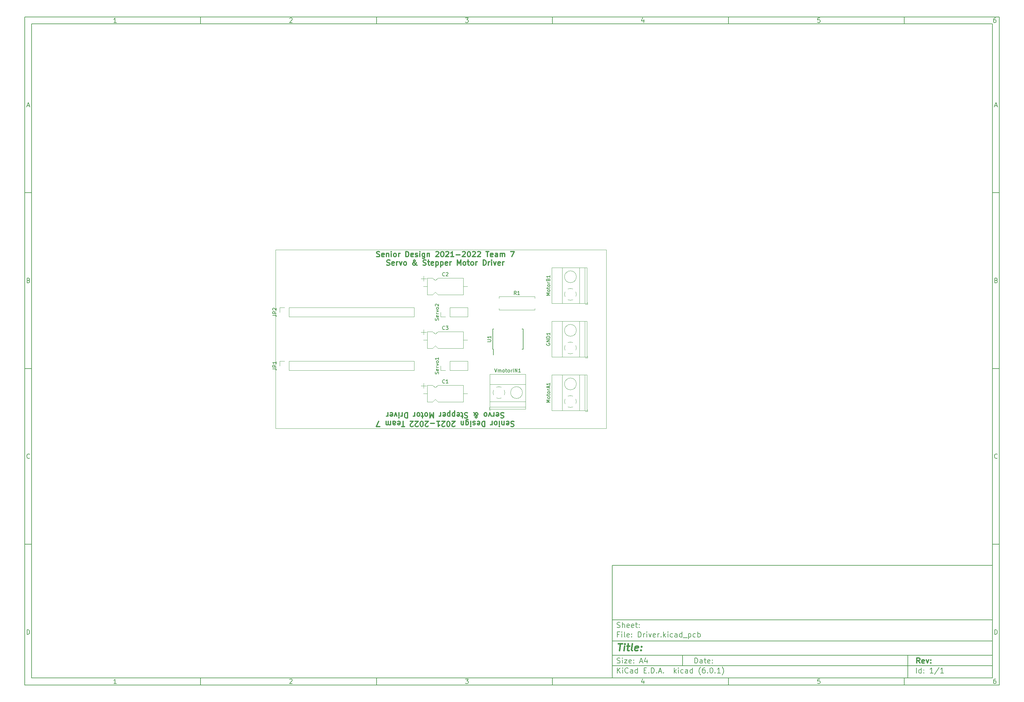
<source format=gbr>
%TF.GenerationSoftware,KiCad,Pcbnew,(6.0.1)*%
%TF.CreationDate,2022-04-25T15:26:45-04:00*%
%TF.ProjectId,Driver,44726976-6572-42e6-9b69-6361645f7063,rev?*%
%TF.SameCoordinates,Original*%
%TF.FileFunction,Legend,Top*%
%TF.FilePolarity,Positive*%
%FSLAX46Y46*%
G04 Gerber Fmt 4.6, Leading zero omitted, Abs format (unit mm)*
G04 Created by KiCad (PCBNEW (6.0.1)) date 2022-04-25 15:26:45*
%MOMM*%
%LPD*%
G01*
G04 APERTURE LIST*
%ADD10C,0.100000*%
%ADD11C,0.150000*%
%ADD12C,0.300000*%
%ADD13C,0.400000*%
%TA.AperFunction,Profile*%
%ADD14C,0.100000*%
%TD*%
%ADD15C,0.120000*%
G04 APERTURE END LIST*
D10*
D11*
X177002200Y-166007200D02*
X177002200Y-198007200D01*
X285002200Y-198007200D01*
X285002200Y-166007200D01*
X177002200Y-166007200D01*
D10*
D11*
X10000000Y-10000000D02*
X10000000Y-200007200D01*
X287002200Y-200007200D01*
X287002200Y-10000000D01*
X10000000Y-10000000D01*
D10*
D11*
X12000000Y-12000000D02*
X12000000Y-198007200D01*
X285002200Y-198007200D01*
X285002200Y-12000000D01*
X12000000Y-12000000D01*
D10*
D11*
X60000000Y-12000000D02*
X60000000Y-10000000D01*
D10*
D11*
X110000000Y-12000000D02*
X110000000Y-10000000D01*
D10*
D11*
X160000000Y-12000000D02*
X160000000Y-10000000D01*
D10*
D11*
X210000000Y-12000000D02*
X210000000Y-10000000D01*
D10*
D11*
X260000000Y-12000000D02*
X260000000Y-10000000D01*
D10*
D11*
X36065476Y-11588095D02*
X35322619Y-11588095D01*
X35694047Y-11588095D02*
X35694047Y-10288095D01*
X35570238Y-10473809D01*
X35446428Y-10597619D01*
X35322619Y-10659523D01*
D10*
D11*
X85322619Y-10411904D02*
X85384523Y-10350000D01*
X85508333Y-10288095D01*
X85817857Y-10288095D01*
X85941666Y-10350000D01*
X86003571Y-10411904D01*
X86065476Y-10535714D01*
X86065476Y-10659523D01*
X86003571Y-10845238D01*
X85260714Y-11588095D01*
X86065476Y-11588095D01*
D10*
D11*
X135260714Y-10288095D02*
X136065476Y-10288095D01*
X135632142Y-10783333D01*
X135817857Y-10783333D01*
X135941666Y-10845238D01*
X136003571Y-10907142D01*
X136065476Y-11030952D01*
X136065476Y-11340476D01*
X136003571Y-11464285D01*
X135941666Y-11526190D01*
X135817857Y-11588095D01*
X135446428Y-11588095D01*
X135322619Y-11526190D01*
X135260714Y-11464285D01*
D10*
D11*
X185941666Y-10721428D02*
X185941666Y-11588095D01*
X185632142Y-10226190D02*
X185322619Y-11154761D01*
X186127380Y-11154761D01*
D10*
D11*
X236003571Y-10288095D02*
X235384523Y-10288095D01*
X235322619Y-10907142D01*
X235384523Y-10845238D01*
X235508333Y-10783333D01*
X235817857Y-10783333D01*
X235941666Y-10845238D01*
X236003571Y-10907142D01*
X236065476Y-11030952D01*
X236065476Y-11340476D01*
X236003571Y-11464285D01*
X235941666Y-11526190D01*
X235817857Y-11588095D01*
X235508333Y-11588095D01*
X235384523Y-11526190D01*
X235322619Y-11464285D01*
D10*
D11*
X285941666Y-10288095D02*
X285694047Y-10288095D01*
X285570238Y-10350000D01*
X285508333Y-10411904D01*
X285384523Y-10597619D01*
X285322619Y-10845238D01*
X285322619Y-11340476D01*
X285384523Y-11464285D01*
X285446428Y-11526190D01*
X285570238Y-11588095D01*
X285817857Y-11588095D01*
X285941666Y-11526190D01*
X286003571Y-11464285D01*
X286065476Y-11340476D01*
X286065476Y-11030952D01*
X286003571Y-10907142D01*
X285941666Y-10845238D01*
X285817857Y-10783333D01*
X285570238Y-10783333D01*
X285446428Y-10845238D01*
X285384523Y-10907142D01*
X285322619Y-11030952D01*
D10*
D11*
X60000000Y-198007200D02*
X60000000Y-200007200D01*
D10*
D11*
X110000000Y-198007200D02*
X110000000Y-200007200D01*
D10*
D11*
X160000000Y-198007200D02*
X160000000Y-200007200D01*
D10*
D11*
X210000000Y-198007200D02*
X210000000Y-200007200D01*
D10*
D11*
X260000000Y-198007200D02*
X260000000Y-200007200D01*
D10*
D11*
X36065476Y-199595295D02*
X35322619Y-199595295D01*
X35694047Y-199595295D02*
X35694047Y-198295295D01*
X35570238Y-198481009D01*
X35446428Y-198604819D01*
X35322619Y-198666723D01*
D10*
D11*
X85322619Y-198419104D02*
X85384523Y-198357200D01*
X85508333Y-198295295D01*
X85817857Y-198295295D01*
X85941666Y-198357200D01*
X86003571Y-198419104D01*
X86065476Y-198542914D01*
X86065476Y-198666723D01*
X86003571Y-198852438D01*
X85260714Y-199595295D01*
X86065476Y-199595295D01*
D10*
D11*
X135260714Y-198295295D02*
X136065476Y-198295295D01*
X135632142Y-198790533D01*
X135817857Y-198790533D01*
X135941666Y-198852438D01*
X136003571Y-198914342D01*
X136065476Y-199038152D01*
X136065476Y-199347676D01*
X136003571Y-199471485D01*
X135941666Y-199533390D01*
X135817857Y-199595295D01*
X135446428Y-199595295D01*
X135322619Y-199533390D01*
X135260714Y-199471485D01*
D10*
D11*
X185941666Y-198728628D02*
X185941666Y-199595295D01*
X185632142Y-198233390D02*
X185322619Y-199161961D01*
X186127380Y-199161961D01*
D10*
D11*
X236003571Y-198295295D02*
X235384523Y-198295295D01*
X235322619Y-198914342D01*
X235384523Y-198852438D01*
X235508333Y-198790533D01*
X235817857Y-198790533D01*
X235941666Y-198852438D01*
X236003571Y-198914342D01*
X236065476Y-199038152D01*
X236065476Y-199347676D01*
X236003571Y-199471485D01*
X235941666Y-199533390D01*
X235817857Y-199595295D01*
X235508333Y-199595295D01*
X235384523Y-199533390D01*
X235322619Y-199471485D01*
D10*
D11*
X285941666Y-198295295D02*
X285694047Y-198295295D01*
X285570238Y-198357200D01*
X285508333Y-198419104D01*
X285384523Y-198604819D01*
X285322619Y-198852438D01*
X285322619Y-199347676D01*
X285384523Y-199471485D01*
X285446428Y-199533390D01*
X285570238Y-199595295D01*
X285817857Y-199595295D01*
X285941666Y-199533390D01*
X286003571Y-199471485D01*
X286065476Y-199347676D01*
X286065476Y-199038152D01*
X286003571Y-198914342D01*
X285941666Y-198852438D01*
X285817857Y-198790533D01*
X285570238Y-198790533D01*
X285446428Y-198852438D01*
X285384523Y-198914342D01*
X285322619Y-199038152D01*
D10*
D11*
X10000000Y-60000000D02*
X12000000Y-60000000D01*
D10*
D11*
X10000000Y-110000000D02*
X12000000Y-110000000D01*
D10*
D11*
X10000000Y-160000000D02*
X12000000Y-160000000D01*
D10*
D11*
X10690476Y-35216666D02*
X11309523Y-35216666D01*
X10566666Y-35588095D02*
X11000000Y-34288095D01*
X11433333Y-35588095D01*
D10*
D11*
X11092857Y-84907142D02*
X11278571Y-84969047D01*
X11340476Y-85030952D01*
X11402380Y-85154761D01*
X11402380Y-85340476D01*
X11340476Y-85464285D01*
X11278571Y-85526190D01*
X11154761Y-85588095D01*
X10659523Y-85588095D01*
X10659523Y-84288095D01*
X11092857Y-84288095D01*
X11216666Y-84350000D01*
X11278571Y-84411904D01*
X11340476Y-84535714D01*
X11340476Y-84659523D01*
X11278571Y-84783333D01*
X11216666Y-84845238D01*
X11092857Y-84907142D01*
X10659523Y-84907142D01*
D10*
D11*
X11402380Y-135464285D02*
X11340476Y-135526190D01*
X11154761Y-135588095D01*
X11030952Y-135588095D01*
X10845238Y-135526190D01*
X10721428Y-135402380D01*
X10659523Y-135278571D01*
X10597619Y-135030952D01*
X10597619Y-134845238D01*
X10659523Y-134597619D01*
X10721428Y-134473809D01*
X10845238Y-134350000D01*
X11030952Y-134288095D01*
X11154761Y-134288095D01*
X11340476Y-134350000D01*
X11402380Y-134411904D01*
D10*
D11*
X10659523Y-185588095D02*
X10659523Y-184288095D01*
X10969047Y-184288095D01*
X11154761Y-184350000D01*
X11278571Y-184473809D01*
X11340476Y-184597619D01*
X11402380Y-184845238D01*
X11402380Y-185030952D01*
X11340476Y-185278571D01*
X11278571Y-185402380D01*
X11154761Y-185526190D01*
X10969047Y-185588095D01*
X10659523Y-185588095D01*
D10*
D11*
X287002200Y-60000000D02*
X285002200Y-60000000D01*
D10*
D11*
X287002200Y-110000000D02*
X285002200Y-110000000D01*
D10*
D11*
X287002200Y-160000000D02*
X285002200Y-160000000D01*
D10*
D11*
X285692676Y-35216666D02*
X286311723Y-35216666D01*
X285568866Y-35588095D02*
X286002200Y-34288095D01*
X286435533Y-35588095D01*
D10*
D11*
X286095057Y-84907142D02*
X286280771Y-84969047D01*
X286342676Y-85030952D01*
X286404580Y-85154761D01*
X286404580Y-85340476D01*
X286342676Y-85464285D01*
X286280771Y-85526190D01*
X286156961Y-85588095D01*
X285661723Y-85588095D01*
X285661723Y-84288095D01*
X286095057Y-84288095D01*
X286218866Y-84350000D01*
X286280771Y-84411904D01*
X286342676Y-84535714D01*
X286342676Y-84659523D01*
X286280771Y-84783333D01*
X286218866Y-84845238D01*
X286095057Y-84907142D01*
X285661723Y-84907142D01*
D10*
D11*
X286404580Y-135464285D02*
X286342676Y-135526190D01*
X286156961Y-135588095D01*
X286033152Y-135588095D01*
X285847438Y-135526190D01*
X285723628Y-135402380D01*
X285661723Y-135278571D01*
X285599819Y-135030952D01*
X285599819Y-134845238D01*
X285661723Y-134597619D01*
X285723628Y-134473809D01*
X285847438Y-134350000D01*
X286033152Y-134288095D01*
X286156961Y-134288095D01*
X286342676Y-134350000D01*
X286404580Y-134411904D01*
D10*
D11*
X285661723Y-185588095D02*
X285661723Y-184288095D01*
X285971247Y-184288095D01*
X286156961Y-184350000D01*
X286280771Y-184473809D01*
X286342676Y-184597619D01*
X286404580Y-184845238D01*
X286404580Y-185030952D01*
X286342676Y-185278571D01*
X286280771Y-185402380D01*
X286156961Y-185526190D01*
X285971247Y-185588095D01*
X285661723Y-185588095D01*
D10*
D11*
X200434342Y-193785771D02*
X200434342Y-192285771D01*
X200791485Y-192285771D01*
X201005771Y-192357200D01*
X201148628Y-192500057D01*
X201220057Y-192642914D01*
X201291485Y-192928628D01*
X201291485Y-193142914D01*
X201220057Y-193428628D01*
X201148628Y-193571485D01*
X201005771Y-193714342D01*
X200791485Y-193785771D01*
X200434342Y-193785771D01*
X202577200Y-193785771D02*
X202577200Y-193000057D01*
X202505771Y-192857200D01*
X202362914Y-192785771D01*
X202077200Y-192785771D01*
X201934342Y-192857200D01*
X202577200Y-193714342D02*
X202434342Y-193785771D01*
X202077200Y-193785771D01*
X201934342Y-193714342D01*
X201862914Y-193571485D01*
X201862914Y-193428628D01*
X201934342Y-193285771D01*
X202077200Y-193214342D01*
X202434342Y-193214342D01*
X202577200Y-193142914D01*
X203077200Y-192785771D02*
X203648628Y-192785771D01*
X203291485Y-192285771D02*
X203291485Y-193571485D01*
X203362914Y-193714342D01*
X203505771Y-193785771D01*
X203648628Y-193785771D01*
X204720057Y-193714342D02*
X204577200Y-193785771D01*
X204291485Y-193785771D01*
X204148628Y-193714342D01*
X204077200Y-193571485D01*
X204077200Y-193000057D01*
X204148628Y-192857200D01*
X204291485Y-192785771D01*
X204577200Y-192785771D01*
X204720057Y-192857200D01*
X204791485Y-193000057D01*
X204791485Y-193142914D01*
X204077200Y-193285771D01*
X205434342Y-193642914D02*
X205505771Y-193714342D01*
X205434342Y-193785771D01*
X205362914Y-193714342D01*
X205434342Y-193642914D01*
X205434342Y-193785771D01*
X205434342Y-192857200D02*
X205505771Y-192928628D01*
X205434342Y-193000057D01*
X205362914Y-192928628D01*
X205434342Y-192857200D01*
X205434342Y-193000057D01*
D10*
D11*
X177002200Y-194507200D02*
X285002200Y-194507200D01*
D10*
D11*
X178434342Y-196585771D02*
X178434342Y-195085771D01*
X179291485Y-196585771D02*
X178648628Y-195728628D01*
X179291485Y-195085771D02*
X178434342Y-195942914D01*
X179934342Y-196585771D02*
X179934342Y-195585771D01*
X179934342Y-195085771D02*
X179862914Y-195157200D01*
X179934342Y-195228628D01*
X180005771Y-195157200D01*
X179934342Y-195085771D01*
X179934342Y-195228628D01*
X181505771Y-196442914D02*
X181434342Y-196514342D01*
X181220057Y-196585771D01*
X181077200Y-196585771D01*
X180862914Y-196514342D01*
X180720057Y-196371485D01*
X180648628Y-196228628D01*
X180577200Y-195942914D01*
X180577200Y-195728628D01*
X180648628Y-195442914D01*
X180720057Y-195300057D01*
X180862914Y-195157200D01*
X181077200Y-195085771D01*
X181220057Y-195085771D01*
X181434342Y-195157200D01*
X181505771Y-195228628D01*
X182791485Y-196585771D02*
X182791485Y-195800057D01*
X182720057Y-195657200D01*
X182577200Y-195585771D01*
X182291485Y-195585771D01*
X182148628Y-195657200D01*
X182791485Y-196514342D02*
X182648628Y-196585771D01*
X182291485Y-196585771D01*
X182148628Y-196514342D01*
X182077200Y-196371485D01*
X182077200Y-196228628D01*
X182148628Y-196085771D01*
X182291485Y-196014342D01*
X182648628Y-196014342D01*
X182791485Y-195942914D01*
X184148628Y-196585771D02*
X184148628Y-195085771D01*
X184148628Y-196514342D02*
X184005771Y-196585771D01*
X183720057Y-196585771D01*
X183577200Y-196514342D01*
X183505771Y-196442914D01*
X183434342Y-196300057D01*
X183434342Y-195871485D01*
X183505771Y-195728628D01*
X183577200Y-195657200D01*
X183720057Y-195585771D01*
X184005771Y-195585771D01*
X184148628Y-195657200D01*
X186005771Y-195800057D02*
X186505771Y-195800057D01*
X186720057Y-196585771D02*
X186005771Y-196585771D01*
X186005771Y-195085771D01*
X186720057Y-195085771D01*
X187362914Y-196442914D02*
X187434342Y-196514342D01*
X187362914Y-196585771D01*
X187291485Y-196514342D01*
X187362914Y-196442914D01*
X187362914Y-196585771D01*
X188077200Y-196585771D02*
X188077200Y-195085771D01*
X188434342Y-195085771D01*
X188648628Y-195157200D01*
X188791485Y-195300057D01*
X188862914Y-195442914D01*
X188934342Y-195728628D01*
X188934342Y-195942914D01*
X188862914Y-196228628D01*
X188791485Y-196371485D01*
X188648628Y-196514342D01*
X188434342Y-196585771D01*
X188077200Y-196585771D01*
X189577200Y-196442914D02*
X189648628Y-196514342D01*
X189577200Y-196585771D01*
X189505771Y-196514342D01*
X189577200Y-196442914D01*
X189577200Y-196585771D01*
X190220057Y-196157200D02*
X190934342Y-196157200D01*
X190077200Y-196585771D02*
X190577200Y-195085771D01*
X191077200Y-196585771D01*
X191577200Y-196442914D02*
X191648628Y-196514342D01*
X191577200Y-196585771D01*
X191505771Y-196514342D01*
X191577200Y-196442914D01*
X191577200Y-196585771D01*
X194577200Y-196585771D02*
X194577200Y-195085771D01*
X194720057Y-196014342D02*
X195148628Y-196585771D01*
X195148628Y-195585771D02*
X194577200Y-196157200D01*
X195791485Y-196585771D02*
X195791485Y-195585771D01*
X195791485Y-195085771D02*
X195720057Y-195157200D01*
X195791485Y-195228628D01*
X195862914Y-195157200D01*
X195791485Y-195085771D01*
X195791485Y-195228628D01*
X197148628Y-196514342D02*
X197005771Y-196585771D01*
X196720057Y-196585771D01*
X196577200Y-196514342D01*
X196505771Y-196442914D01*
X196434342Y-196300057D01*
X196434342Y-195871485D01*
X196505771Y-195728628D01*
X196577200Y-195657200D01*
X196720057Y-195585771D01*
X197005771Y-195585771D01*
X197148628Y-195657200D01*
X198434342Y-196585771D02*
X198434342Y-195800057D01*
X198362914Y-195657200D01*
X198220057Y-195585771D01*
X197934342Y-195585771D01*
X197791485Y-195657200D01*
X198434342Y-196514342D02*
X198291485Y-196585771D01*
X197934342Y-196585771D01*
X197791485Y-196514342D01*
X197720057Y-196371485D01*
X197720057Y-196228628D01*
X197791485Y-196085771D01*
X197934342Y-196014342D01*
X198291485Y-196014342D01*
X198434342Y-195942914D01*
X199791485Y-196585771D02*
X199791485Y-195085771D01*
X199791485Y-196514342D02*
X199648628Y-196585771D01*
X199362914Y-196585771D01*
X199220057Y-196514342D01*
X199148628Y-196442914D01*
X199077200Y-196300057D01*
X199077200Y-195871485D01*
X199148628Y-195728628D01*
X199220057Y-195657200D01*
X199362914Y-195585771D01*
X199648628Y-195585771D01*
X199791485Y-195657200D01*
X202077200Y-197157200D02*
X202005771Y-197085771D01*
X201862914Y-196871485D01*
X201791485Y-196728628D01*
X201720057Y-196514342D01*
X201648628Y-196157200D01*
X201648628Y-195871485D01*
X201720057Y-195514342D01*
X201791485Y-195300057D01*
X201862914Y-195157200D01*
X202005771Y-194942914D01*
X202077200Y-194871485D01*
X203291485Y-195085771D02*
X203005771Y-195085771D01*
X202862914Y-195157200D01*
X202791485Y-195228628D01*
X202648628Y-195442914D01*
X202577200Y-195728628D01*
X202577200Y-196300057D01*
X202648628Y-196442914D01*
X202720057Y-196514342D01*
X202862914Y-196585771D01*
X203148628Y-196585771D01*
X203291485Y-196514342D01*
X203362914Y-196442914D01*
X203434342Y-196300057D01*
X203434342Y-195942914D01*
X203362914Y-195800057D01*
X203291485Y-195728628D01*
X203148628Y-195657200D01*
X202862914Y-195657200D01*
X202720057Y-195728628D01*
X202648628Y-195800057D01*
X202577200Y-195942914D01*
X204077200Y-196442914D02*
X204148628Y-196514342D01*
X204077200Y-196585771D01*
X204005771Y-196514342D01*
X204077200Y-196442914D01*
X204077200Y-196585771D01*
X205077200Y-195085771D02*
X205220057Y-195085771D01*
X205362914Y-195157200D01*
X205434342Y-195228628D01*
X205505771Y-195371485D01*
X205577200Y-195657200D01*
X205577200Y-196014342D01*
X205505771Y-196300057D01*
X205434342Y-196442914D01*
X205362914Y-196514342D01*
X205220057Y-196585771D01*
X205077200Y-196585771D01*
X204934342Y-196514342D01*
X204862914Y-196442914D01*
X204791485Y-196300057D01*
X204720057Y-196014342D01*
X204720057Y-195657200D01*
X204791485Y-195371485D01*
X204862914Y-195228628D01*
X204934342Y-195157200D01*
X205077200Y-195085771D01*
X206220057Y-196442914D02*
X206291485Y-196514342D01*
X206220057Y-196585771D01*
X206148628Y-196514342D01*
X206220057Y-196442914D01*
X206220057Y-196585771D01*
X207720057Y-196585771D02*
X206862914Y-196585771D01*
X207291485Y-196585771D02*
X207291485Y-195085771D01*
X207148628Y-195300057D01*
X207005771Y-195442914D01*
X206862914Y-195514342D01*
X208220057Y-197157200D02*
X208291485Y-197085771D01*
X208434342Y-196871485D01*
X208505771Y-196728628D01*
X208577200Y-196514342D01*
X208648628Y-196157200D01*
X208648628Y-195871485D01*
X208577200Y-195514342D01*
X208505771Y-195300057D01*
X208434342Y-195157200D01*
X208291485Y-194942914D01*
X208220057Y-194871485D01*
D10*
D11*
X177002200Y-191507200D02*
X285002200Y-191507200D01*
D10*
D12*
X264411485Y-193785771D02*
X263911485Y-193071485D01*
X263554342Y-193785771D02*
X263554342Y-192285771D01*
X264125771Y-192285771D01*
X264268628Y-192357200D01*
X264340057Y-192428628D01*
X264411485Y-192571485D01*
X264411485Y-192785771D01*
X264340057Y-192928628D01*
X264268628Y-193000057D01*
X264125771Y-193071485D01*
X263554342Y-193071485D01*
X265625771Y-193714342D02*
X265482914Y-193785771D01*
X265197200Y-193785771D01*
X265054342Y-193714342D01*
X264982914Y-193571485D01*
X264982914Y-193000057D01*
X265054342Y-192857200D01*
X265197200Y-192785771D01*
X265482914Y-192785771D01*
X265625771Y-192857200D01*
X265697200Y-193000057D01*
X265697200Y-193142914D01*
X264982914Y-193285771D01*
X266197200Y-192785771D02*
X266554342Y-193785771D01*
X266911485Y-192785771D01*
X267482914Y-193642914D02*
X267554342Y-193714342D01*
X267482914Y-193785771D01*
X267411485Y-193714342D01*
X267482914Y-193642914D01*
X267482914Y-193785771D01*
X267482914Y-192857200D02*
X267554342Y-192928628D01*
X267482914Y-193000057D01*
X267411485Y-192928628D01*
X267482914Y-192857200D01*
X267482914Y-193000057D01*
D10*
D11*
X178362914Y-193714342D02*
X178577200Y-193785771D01*
X178934342Y-193785771D01*
X179077200Y-193714342D01*
X179148628Y-193642914D01*
X179220057Y-193500057D01*
X179220057Y-193357200D01*
X179148628Y-193214342D01*
X179077200Y-193142914D01*
X178934342Y-193071485D01*
X178648628Y-193000057D01*
X178505771Y-192928628D01*
X178434342Y-192857200D01*
X178362914Y-192714342D01*
X178362914Y-192571485D01*
X178434342Y-192428628D01*
X178505771Y-192357200D01*
X178648628Y-192285771D01*
X179005771Y-192285771D01*
X179220057Y-192357200D01*
X179862914Y-193785771D02*
X179862914Y-192785771D01*
X179862914Y-192285771D02*
X179791485Y-192357200D01*
X179862914Y-192428628D01*
X179934342Y-192357200D01*
X179862914Y-192285771D01*
X179862914Y-192428628D01*
X180434342Y-192785771D02*
X181220057Y-192785771D01*
X180434342Y-193785771D01*
X181220057Y-193785771D01*
X182362914Y-193714342D02*
X182220057Y-193785771D01*
X181934342Y-193785771D01*
X181791485Y-193714342D01*
X181720057Y-193571485D01*
X181720057Y-193000057D01*
X181791485Y-192857200D01*
X181934342Y-192785771D01*
X182220057Y-192785771D01*
X182362914Y-192857200D01*
X182434342Y-193000057D01*
X182434342Y-193142914D01*
X181720057Y-193285771D01*
X183077200Y-193642914D02*
X183148628Y-193714342D01*
X183077200Y-193785771D01*
X183005771Y-193714342D01*
X183077200Y-193642914D01*
X183077200Y-193785771D01*
X183077200Y-192857200D02*
X183148628Y-192928628D01*
X183077200Y-193000057D01*
X183005771Y-192928628D01*
X183077200Y-192857200D01*
X183077200Y-193000057D01*
X184862914Y-193357200D02*
X185577200Y-193357200D01*
X184720057Y-193785771D02*
X185220057Y-192285771D01*
X185720057Y-193785771D01*
X186862914Y-192785771D02*
X186862914Y-193785771D01*
X186505771Y-192214342D02*
X186148628Y-193285771D01*
X187077200Y-193285771D01*
D10*
D11*
X263434342Y-196585771D02*
X263434342Y-195085771D01*
X264791485Y-196585771D02*
X264791485Y-195085771D01*
X264791485Y-196514342D02*
X264648628Y-196585771D01*
X264362914Y-196585771D01*
X264220057Y-196514342D01*
X264148628Y-196442914D01*
X264077200Y-196300057D01*
X264077200Y-195871485D01*
X264148628Y-195728628D01*
X264220057Y-195657200D01*
X264362914Y-195585771D01*
X264648628Y-195585771D01*
X264791485Y-195657200D01*
X265505771Y-196442914D02*
X265577200Y-196514342D01*
X265505771Y-196585771D01*
X265434342Y-196514342D01*
X265505771Y-196442914D01*
X265505771Y-196585771D01*
X265505771Y-195657200D02*
X265577200Y-195728628D01*
X265505771Y-195800057D01*
X265434342Y-195728628D01*
X265505771Y-195657200D01*
X265505771Y-195800057D01*
X268148628Y-196585771D02*
X267291485Y-196585771D01*
X267720057Y-196585771D02*
X267720057Y-195085771D01*
X267577200Y-195300057D01*
X267434342Y-195442914D01*
X267291485Y-195514342D01*
X269862914Y-195014342D02*
X268577200Y-196942914D01*
X271148628Y-196585771D02*
X270291485Y-196585771D01*
X270720057Y-196585771D02*
X270720057Y-195085771D01*
X270577200Y-195300057D01*
X270434342Y-195442914D01*
X270291485Y-195514342D01*
D10*
D11*
X177002200Y-187507200D02*
X285002200Y-187507200D01*
D10*
D13*
X178714580Y-188211961D02*
X179857438Y-188211961D01*
X179036009Y-190211961D02*
X179286009Y-188211961D01*
X180274104Y-190211961D02*
X180440771Y-188878628D01*
X180524104Y-188211961D02*
X180416961Y-188307200D01*
X180500295Y-188402438D01*
X180607438Y-188307200D01*
X180524104Y-188211961D01*
X180500295Y-188402438D01*
X181107438Y-188878628D02*
X181869342Y-188878628D01*
X181476485Y-188211961D02*
X181262200Y-189926247D01*
X181333628Y-190116723D01*
X181512200Y-190211961D01*
X181702676Y-190211961D01*
X182655057Y-190211961D02*
X182476485Y-190116723D01*
X182405057Y-189926247D01*
X182619342Y-188211961D01*
X184190771Y-190116723D02*
X183988390Y-190211961D01*
X183607438Y-190211961D01*
X183428866Y-190116723D01*
X183357438Y-189926247D01*
X183452676Y-189164342D01*
X183571723Y-188973866D01*
X183774104Y-188878628D01*
X184155057Y-188878628D01*
X184333628Y-188973866D01*
X184405057Y-189164342D01*
X184381247Y-189354819D01*
X183405057Y-189545295D01*
X185155057Y-190021485D02*
X185238390Y-190116723D01*
X185131247Y-190211961D01*
X185047914Y-190116723D01*
X185155057Y-190021485D01*
X185131247Y-190211961D01*
X185286009Y-188973866D02*
X185369342Y-189069104D01*
X185262200Y-189164342D01*
X185178866Y-189069104D01*
X185286009Y-188973866D01*
X185262200Y-189164342D01*
D10*
D11*
X178934342Y-185600057D02*
X178434342Y-185600057D01*
X178434342Y-186385771D02*
X178434342Y-184885771D01*
X179148628Y-184885771D01*
X179720057Y-186385771D02*
X179720057Y-185385771D01*
X179720057Y-184885771D02*
X179648628Y-184957200D01*
X179720057Y-185028628D01*
X179791485Y-184957200D01*
X179720057Y-184885771D01*
X179720057Y-185028628D01*
X180648628Y-186385771D02*
X180505771Y-186314342D01*
X180434342Y-186171485D01*
X180434342Y-184885771D01*
X181791485Y-186314342D02*
X181648628Y-186385771D01*
X181362914Y-186385771D01*
X181220057Y-186314342D01*
X181148628Y-186171485D01*
X181148628Y-185600057D01*
X181220057Y-185457200D01*
X181362914Y-185385771D01*
X181648628Y-185385771D01*
X181791485Y-185457200D01*
X181862914Y-185600057D01*
X181862914Y-185742914D01*
X181148628Y-185885771D01*
X182505771Y-186242914D02*
X182577200Y-186314342D01*
X182505771Y-186385771D01*
X182434342Y-186314342D01*
X182505771Y-186242914D01*
X182505771Y-186385771D01*
X182505771Y-185457200D02*
X182577200Y-185528628D01*
X182505771Y-185600057D01*
X182434342Y-185528628D01*
X182505771Y-185457200D01*
X182505771Y-185600057D01*
X184362914Y-186385771D02*
X184362914Y-184885771D01*
X184720057Y-184885771D01*
X184934342Y-184957200D01*
X185077200Y-185100057D01*
X185148628Y-185242914D01*
X185220057Y-185528628D01*
X185220057Y-185742914D01*
X185148628Y-186028628D01*
X185077200Y-186171485D01*
X184934342Y-186314342D01*
X184720057Y-186385771D01*
X184362914Y-186385771D01*
X185862914Y-186385771D02*
X185862914Y-185385771D01*
X185862914Y-185671485D02*
X185934342Y-185528628D01*
X186005771Y-185457200D01*
X186148628Y-185385771D01*
X186291485Y-185385771D01*
X186791485Y-186385771D02*
X186791485Y-185385771D01*
X186791485Y-184885771D02*
X186720057Y-184957200D01*
X186791485Y-185028628D01*
X186862914Y-184957200D01*
X186791485Y-184885771D01*
X186791485Y-185028628D01*
X187362914Y-185385771D02*
X187720057Y-186385771D01*
X188077200Y-185385771D01*
X189220057Y-186314342D02*
X189077200Y-186385771D01*
X188791485Y-186385771D01*
X188648628Y-186314342D01*
X188577200Y-186171485D01*
X188577200Y-185600057D01*
X188648628Y-185457200D01*
X188791485Y-185385771D01*
X189077200Y-185385771D01*
X189220057Y-185457200D01*
X189291485Y-185600057D01*
X189291485Y-185742914D01*
X188577200Y-185885771D01*
X189934342Y-186385771D02*
X189934342Y-185385771D01*
X189934342Y-185671485D02*
X190005771Y-185528628D01*
X190077200Y-185457200D01*
X190220057Y-185385771D01*
X190362914Y-185385771D01*
X190862914Y-186242914D02*
X190934342Y-186314342D01*
X190862914Y-186385771D01*
X190791485Y-186314342D01*
X190862914Y-186242914D01*
X190862914Y-186385771D01*
X191577200Y-186385771D02*
X191577200Y-184885771D01*
X191720057Y-185814342D02*
X192148628Y-186385771D01*
X192148628Y-185385771D02*
X191577200Y-185957200D01*
X192791485Y-186385771D02*
X192791485Y-185385771D01*
X192791485Y-184885771D02*
X192720057Y-184957200D01*
X192791485Y-185028628D01*
X192862914Y-184957200D01*
X192791485Y-184885771D01*
X192791485Y-185028628D01*
X194148628Y-186314342D02*
X194005771Y-186385771D01*
X193720057Y-186385771D01*
X193577200Y-186314342D01*
X193505771Y-186242914D01*
X193434342Y-186100057D01*
X193434342Y-185671485D01*
X193505771Y-185528628D01*
X193577200Y-185457200D01*
X193720057Y-185385771D01*
X194005771Y-185385771D01*
X194148628Y-185457200D01*
X195434342Y-186385771D02*
X195434342Y-185600057D01*
X195362914Y-185457200D01*
X195220057Y-185385771D01*
X194934342Y-185385771D01*
X194791485Y-185457200D01*
X195434342Y-186314342D02*
X195291485Y-186385771D01*
X194934342Y-186385771D01*
X194791485Y-186314342D01*
X194720057Y-186171485D01*
X194720057Y-186028628D01*
X194791485Y-185885771D01*
X194934342Y-185814342D01*
X195291485Y-185814342D01*
X195434342Y-185742914D01*
X196791485Y-186385771D02*
X196791485Y-184885771D01*
X196791485Y-186314342D02*
X196648628Y-186385771D01*
X196362914Y-186385771D01*
X196220057Y-186314342D01*
X196148628Y-186242914D01*
X196077200Y-186100057D01*
X196077200Y-185671485D01*
X196148628Y-185528628D01*
X196220057Y-185457200D01*
X196362914Y-185385771D01*
X196648628Y-185385771D01*
X196791485Y-185457200D01*
X197148628Y-186528628D02*
X198291485Y-186528628D01*
X198648628Y-185385771D02*
X198648628Y-186885771D01*
X198648628Y-185457200D02*
X198791485Y-185385771D01*
X199077200Y-185385771D01*
X199220057Y-185457200D01*
X199291485Y-185528628D01*
X199362914Y-185671485D01*
X199362914Y-186100057D01*
X199291485Y-186242914D01*
X199220057Y-186314342D01*
X199077200Y-186385771D01*
X198791485Y-186385771D01*
X198648628Y-186314342D01*
X200648628Y-186314342D02*
X200505771Y-186385771D01*
X200220057Y-186385771D01*
X200077200Y-186314342D01*
X200005771Y-186242914D01*
X199934342Y-186100057D01*
X199934342Y-185671485D01*
X200005771Y-185528628D01*
X200077200Y-185457200D01*
X200220057Y-185385771D01*
X200505771Y-185385771D01*
X200648628Y-185457200D01*
X201291485Y-186385771D02*
X201291485Y-184885771D01*
X201291485Y-185457200D02*
X201434342Y-185385771D01*
X201720057Y-185385771D01*
X201862914Y-185457200D01*
X201934342Y-185528628D01*
X202005771Y-185671485D01*
X202005771Y-186100057D01*
X201934342Y-186242914D01*
X201862914Y-186314342D01*
X201720057Y-186385771D01*
X201434342Y-186385771D01*
X201291485Y-186314342D01*
D10*
D11*
X177002200Y-181507200D02*
X285002200Y-181507200D01*
D10*
D11*
X178362914Y-183614342D02*
X178577200Y-183685771D01*
X178934342Y-183685771D01*
X179077200Y-183614342D01*
X179148628Y-183542914D01*
X179220057Y-183400057D01*
X179220057Y-183257200D01*
X179148628Y-183114342D01*
X179077200Y-183042914D01*
X178934342Y-182971485D01*
X178648628Y-182900057D01*
X178505771Y-182828628D01*
X178434342Y-182757200D01*
X178362914Y-182614342D01*
X178362914Y-182471485D01*
X178434342Y-182328628D01*
X178505771Y-182257200D01*
X178648628Y-182185771D01*
X179005771Y-182185771D01*
X179220057Y-182257200D01*
X179862914Y-183685771D02*
X179862914Y-182185771D01*
X180505771Y-183685771D02*
X180505771Y-182900057D01*
X180434342Y-182757200D01*
X180291485Y-182685771D01*
X180077200Y-182685771D01*
X179934342Y-182757200D01*
X179862914Y-182828628D01*
X181791485Y-183614342D02*
X181648628Y-183685771D01*
X181362914Y-183685771D01*
X181220057Y-183614342D01*
X181148628Y-183471485D01*
X181148628Y-182900057D01*
X181220057Y-182757200D01*
X181362914Y-182685771D01*
X181648628Y-182685771D01*
X181791485Y-182757200D01*
X181862914Y-182900057D01*
X181862914Y-183042914D01*
X181148628Y-183185771D01*
X183077200Y-183614342D02*
X182934342Y-183685771D01*
X182648628Y-183685771D01*
X182505771Y-183614342D01*
X182434342Y-183471485D01*
X182434342Y-182900057D01*
X182505771Y-182757200D01*
X182648628Y-182685771D01*
X182934342Y-182685771D01*
X183077200Y-182757200D01*
X183148628Y-182900057D01*
X183148628Y-183042914D01*
X182434342Y-183185771D01*
X183577200Y-182685771D02*
X184148628Y-182685771D01*
X183791485Y-182185771D02*
X183791485Y-183471485D01*
X183862914Y-183614342D01*
X184005771Y-183685771D01*
X184148628Y-183685771D01*
X184648628Y-183542914D02*
X184720057Y-183614342D01*
X184648628Y-183685771D01*
X184577200Y-183614342D01*
X184648628Y-183542914D01*
X184648628Y-183685771D01*
X184648628Y-182757200D02*
X184720057Y-182828628D01*
X184648628Y-182900057D01*
X184577200Y-182828628D01*
X184648628Y-182757200D01*
X184648628Y-182900057D01*
D10*
D12*
D10*
D11*
D10*
D11*
D10*
D11*
D10*
D11*
D10*
D11*
X197002200Y-191507200D02*
X197002200Y-194507200D01*
D10*
D11*
X261002200Y-191507200D02*
X261002200Y-198007200D01*
D14*
X175260000Y-76200000D02*
X81280000Y-76200000D01*
X81280000Y-76200000D02*
X81280000Y-127000000D01*
X81280000Y-127000000D02*
X175260000Y-127000000D01*
X175260000Y-127000000D02*
X175260000Y-76200000D01*
D12*
X149040000Y-125060357D02*
X148825714Y-124988928D01*
X148468571Y-124988928D01*
X148325714Y-125060357D01*
X148254285Y-125131785D01*
X148182857Y-125274642D01*
X148182857Y-125417500D01*
X148254285Y-125560357D01*
X148325714Y-125631785D01*
X148468571Y-125703214D01*
X148754285Y-125774642D01*
X148897142Y-125846071D01*
X148968571Y-125917500D01*
X149040000Y-126060357D01*
X149040000Y-126203214D01*
X148968571Y-126346071D01*
X148897142Y-126417500D01*
X148754285Y-126488928D01*
X148397142Y-126488928D01*
X148182857Y-126417500D01*
X146968571Y-125060357D02*
X147111428Y-124988928D01*
X147397142Y-124988928D01*
X147540000Y-125060357D01*
X147611428Y-125203214D01*
X147611428Y-125774642D01*
X147540000Y-125917500D01*
X147397142Y-125988928D01*
X147111428Y-125988928D01*
X146968571Y-125917500D01*
X146897142Y-125774642D01*
X146897142Y-125631785D01*
X147611428Y-125488928D01*
X146254285Y-125988928D02*
X146254285Y-124988928D01*
X146254285Y-125846071D02*
X146182857Y-125917500D01*
X146040000Y-125988928D01*
X145825714Y-125988928D01*
X145682857Y-125917500D01*
X145611428Y-125774642D01*
X145611428Y-124988928D01*
X144897142Y-124988928D02*
X144897142Y-125988928D01*
X144897142Y-126488928D02*
X144968571Y-126417500D01*
X144897142Y-126346071D01*
X144825714Y-126417500D01*
X144897142Y-126488928D01*
X144897142Y-126346071D01*
X143968571Y-124988928D02*
X144111428Y-125060357D01*
X144182857Y-125131785D01*
X144254285Y-125274642D01*
X144254285Y-125703214D01*
X144182857Y-125846071D01*
X144111428Y-125917500D01*
X143968571Y-125988928D01*
X143754285Y-125988928D01*
X143611428Y-125917500D01*
X143540000Y-125846071D01*
X143468571Y-125703214D01*
X143468571Y-125274642D01*
X143540000Y-125131785D01*
X143611428Y-125060357D01*
X143754285Y-124988928D01*
X143968571Y-124988928D01*
X142825714Y-124988928D02*
X142825714Y-125988928D01*
X142825714Y-125703214D02*
X142754285Y-125846071D01*
X142682857Y-125917500D01*
X142540000Y-125988928D01*
X142397142Y-125988928D01*
X140754285Y-124988928D02*
X140754285Y-126488928D01*
X140397142Y-126488928D01*
X140182857Y-126417500D01*
X140040000Y-126274642D01*
X139968571Y-126131785D01*
X139897142Y-125846071D01*
X139897142Y-125631785D01*
X139968571Y-125346071D01*
X140040000Y-125203214D01*
X140182857Y-125060357D01*
X140397142Y-124988928D01*
X140754285Y-124988928D01*
X138682857Y-125060357D02*
X138825714Y-124988928D01*
X139111428Y-124988928D01*
X139254285Y-125060357D01*
X139325714Y-125203214D01*
X139325714Y-125774642D01*
X139254285Y-125917500D01*
X139111428Y-125988928D01*
X138825714Y-125988928D01*
X138682857Y-125917500D01*
X138611428Y-125774642D01*
X138611428Y-125631785D01*
X139325714Y-125488928D01*
X138040000Y-125060357D02*
X137897142Y-124988928D01*
X137611428Y-124988928D01*
X137468571Y-125060357D01*
X137397142Y-125203214D01*
X137397142Y-125274642D01*
X137468571Y-125417500D01*
X137611428Y-125488928D01*
X137825714Y-125488928D01*
X137968571Y-125560357D01*
X138040000Y-125703214D01*
X138040000Y-125774642D01*
X137968571Y-125917500D01*
X137825714Y-125988928D01*
X137611428Y-125988928D01*
X137468571Y-125917500D01*
X136754285Y-124988928D02*
X136754285Y-125988928D01*
X136754285Y-126488928D02*
X136825714Y-126417500D01*
X136754285Y-126346071D01*
X136682857Y-126417500D01*
X136754285Y-126488928D01*
X136754285Y-126346071D01*
X135397142Y-125988928D02*
X135397142Y-124774642D01*
X135468571Y-124631785D01*
X135540000Y-124560357D01*
X135682857Y-124488928D01*
X135897142Y-124488928D01*
X136040000Y-124560357D01*
X135397142Y-125060357D02*
X135540000Y-124988928D01*
X135825714Y-124988928D01*
X135968571Y-125060357D01*
X136040000Y-125131785D01*
X136111428Y-125274642D01*
X136111428Y-125703214D01*
X136040000Y-125846071D01*
X135968571Y-125917500D01*
X135825714Y-125988928D01*
X135540000Y-125988928D01*
X135397142Y-125917500D01*
X134682857Y-125988928D02*
X134682857Y-124988928D01*
X134682857Y-125846071D02*
X134611428Y-125917500D01*
X134468571Y-125988928D01*
X134254285Y-125988928D01*
X134111428Y-125917500D01*
X134040000Y-125774642D01*
X134040000Y-124988928D01*
X132254285Y-126346071D02*
X132182857Y-126417500D01*
X132040000Y-126488928D01*
X131682857Y-126488928D01*
X131540000Y-126417500D01*
X131468571Y-126346071D01*
X131397142Y-126203214D01*
X131397142Y-126060357D01*
X131468571Y-125846071D01*
X132325714Y-124988928D01*
X131397142Y-124988928D01*
X130468571Y-126488928D02*
X130325714Y-126488928D01*
X130182857Y-126417500D01*
X130111428Y-126346071D01*
X130040000Y-126203214D01*
X129968571Y-125917500D01*
X129968571Y-125560357D01*
X130040000Y-125274642D01*
X130111428Y-125131785D01*
X130182857Y-125060357D01*
X130325714Y-124988928D01*
X130468571Y-124988928D01*
X130611428Y-125060357D01*
X130682857Y-125131785D01*
X130754285Y-125274642D01*
X130825714Y-125560357D01*
X130825714Y-125917500D01*
X130754285Y-126203214D01*
X130682857Y-126346071D01*
X130611428Y-126417500D01*
X130468571Y-126488928D01*
X129397142Y-126346071D02*
X129325714Y-126417500D01*
X129182857Y-126488928D01*
X128825714Y-126488928D01*
X128682857Y-126417500D01*
X128611428Y-126346071D01*
X128540000Y-126203214D01*
X128540000Y-126060357D01*
X128611428Y-125846071D01*
X129468571Y-124988928D01*
X128540000Y-124988928D01*
X127111428Y-124988928D02*
X127968571Y-124988928D01*
X127540000Y-124988928D02*
X127540000Y-126488928D01*
X127682857Y-126274642D01*
X127825714Y-126131785D01*
X127968571Y-126060357D01*
X126468571Y-125560357D02*
X125325714Y-125560357D01*
X124682857Y-126346071D02*
X124611428Y-126417500D01*
X124468571Y-126488928D01*
X124111428Y-126488928D01*
X123968571Y-126417500D01*
X123897142Y-126346071D01*
X123825714Y-126203214D01*
X123825714Y-126060357D01*
X123897142Y-125846071D01*
X124754285Y-124988928D01*
X123825714Y-124988928D01*
X122897142Y-126488928D02*
X122754285Y-126488928D01*
X122611428Y-126417500D01*
X122540000Y-126346071D01*
X122468571Y-126203214D01*
X122397142Y-125917500D01*
X122397142Y-125560357D01*
X122468571Y-125274642D01*
X122540000Y-125131785D01*
X122611428Y-125060357D01*
X122754285Y-124988928D01*
X122897142Y-124988928D01*
X123040000Y-125060357D01*
X123111428Y-125131785D01*
X123182857Y-125274642D01*
X123254285Y-125560357D01*
X123254285Y-125917500D01*
X123182857Y-126203214D01*
X123111428Y-126346071D01*
X123040000Y-126417500D01*
X122897142Y-126488928D01*
X121825714Y-126346071D02*
X121754285Y-126417500D01*
X121611428Y-126488928D01*
X121254285Y-126488928D01*
X121111428Y-126417500D01*
X121040000Y-126346071D01*
X120968571Y-126203214D01*
X120968571Y-126060357D01*
X121040000Y-125846071D01*
X121897142Y-124988928D01*
X120968571Y-124988928D01*
X120397142Y-126346071D02*
X120325714Y-126417500D01*
X120182857Y-126488928D01*
X119825714Y-126488928D01*
X119682857Y-126417500D01*
X119611428Y-126346071D01*
X119540000Y-126203214D01*
X119540000Y-126060357D01*
X119611428Y-125846071D01*
X120468571Y-124988928D01*
X119540000Y-124988928D01*
X117968571Y-126488928D02*
X117111428Y-126488928D01*
X117540000Y-124988928D02*
X117540000Y-126488928D01*
X116040000Y-125060357D02*
X116182857Y-124988928D01*
X116468571Y-124988928D01*
X116611428Y-125060357D01*
X116682857Y-125203214D01*
X116682857Y-125774642D01*
X116611428Y-125917500D01*
X116468571Y-125988928D01*
X116182857Y-125988928D01*
X116040000Y-125917500D01*
X115968571Y-125774642D01*
X115968571Y-125631785D01*
X116682857Y-125488928D01*
X114682857Y-124988928D02*
X114682857Y-125774642D01*
X114754285Y-125917500D01*
X114897142Y-125988928D01*
X115182857Y-125988928D01*
X115325714Y-125917500D01*
X114682857Y-125060357D02*
X114825714Y-124988928D01*
X115182857Y-124988928D01*
X115325714Y-125060357D01*
X115397142Y-125203214D01*
X115397142Y-125346071D01*
X115325714Y-125488928D01*
X115182857Y-125560357D01*
X114825714Y-125560357D01*
X114682857Y-125631785D01*
X113968571Y-124988928D02*
X113968571Y-125988928D01*
X113968571Y-125846071D02*
X113897142Y-125917500D01*
X113754285Y-125988928D01*
X113540000Y-125988928D01*
X113397142Y-125917500D01*
X113325714Y-125774642D01*
X113325714Y-124988928D01*
X113325714Y-125774642D02*
X113254285Y-125917500D01*
X113111428Y-125988928D01*
X112897142Y-125988928D01*
X112754285Y-125917500D01*
X112682857Y-125774642D01*
X112682857Y-124988928D01*
X110968571Y-126488928D02*
X109968571Y-126488928D01*
X110611428Y-124988928D01*
X146147142Y-122645357D02*
X145932857Y-122573928D01*
X145575714Y-122573928D01*
X145432857Y-122645357D01*
X145361428Y-122716785D01*
X145290000Y-122859642D01*
X145290000Y-123002500D01*
X145361428Y-123145357D01*
X145432857Y-123216785D01*
X145575714Y-123288214D01*
X145861428Y-123359642D01*
X146004285Y-123431071D01*
X146075714Y-123502500D01*
X146147142Y-123645357D01*
X146147142Y-123788214D01*
X146075714Y-123931071D01*
X146004285Y-124002500D01*
X145861428Y-124073928D01*
X145504285Y-124073928D01*
X145290000Y-124002500D01*
X144075714Y-122645357D02*
X144218571Y-122573928D01*
X144504285Y-122573928D01*
X144647142Y-122645357D01*
X144718571Y-122788214D01*
X144718571Y-123359642D01*
X144647142Y-123502500D01*
X144504285Y-123573928D01*
X144218571Y-123573928D01*
X144075714Y-123502500D01*
X144004285Y-123359642D01*
X144004285Y-123216785D01*
X144718571Y-123073928D01*
X143361428Y-122573928D02*
X143361428Y-123573928D01*
X143361428Y-123288214D02*
X143290000Y-123431071D01*
X143218571Y-123502500D01*
X143075714Y-123573928D01*
X142932857Y-123573928D01*
X142575714Y-123573928D02*
X142218571Y-122573928D01*
X141861428Y-123573928D01*
X141075714Y-122573928D02*
X141218571Y-122645357D01*
X141290000Y-122716785D01*
X141361428Y-122859642D01*
X141361428Y-123288214D01*
X141290000Y-123431071D01*
X141218571Y-123502500D01*
X141075714Y-123573928D01*
X140861428Y-123573928D01*
X140718571Y-123502500D01*
X140647142Y-123431071D01*
X140575714Y-123288214D01*
X140575714Y-122859642D01*
X140647142Y-122716785D01*
X140718571Y-122645357D01*
X140861428Y-122573928D01*
X141075714Y-122573928D01*
X137575714Y-122573928D02*
X137647142Y-122573928D01*
X137790000Y-122645357D01*
X138004285Y-122859642D01*
X138361428Y-123288214D01*
X138504285Y-123502500D01*
X138575714Y-123716785D01*
X138575714Y-123859642D01*
X138504285Y-124002500D01*
X138361428Y-124073928D01*
X138290000Y-124073928D01*
X138147142Y-124002500D01*
X138075714Y-123859642D01*
X138075714Y-123788214D01*
X138147142Y-123645357D01*
X138218571Y-123573928D01*
X138647142Y-123288214D01*
X138718571Y-123216785D01*
X138790000Y-123073928D01*
X138790000Y-122859642D01*
X138718571Y-122716785D01*
X138647142Y-122645357D01*
X138504285Y-122573928D01*
X138290000Y-122573928D01*
X138147142Y-122645357D01*
X138075714Y-122716785D01*
X137861428Y-123002500D01*
X137790000Y-123216785D01*
X137790000Y-123359642D01*
X135861428Y-122645357D02*
X135647142Y-122573928D01*
X135290000Y-122573928D01*
X135147142Y-122645357D01*
X135075714Y-122716785D01*
X135004285Y-122859642D01*
X135004285Y-123002500D01*
X135075714Y-123145357D01*
X135147142Y-123216785D01*
X135290000Y-123288214D01*
X135575714Y-123359642D01*
X135718571Y-123431071D01*
X135790000Y-123502500D01*
X135861428Y-123645357D01*
X135861428Y-123788214D01*
X135790000Y-123931071D01*
X135718571Y-124002500D01*
X135575714Y-124073928D01*
X135218571Y-124073928D01*
X135004285Y-124002500D01*
X134575714Y-123573928D02*
X134004285Y-123573928D01*
X134361428Y-124073928D02*
X134361428Y-122788214D01*
X134290000Y-122645357D01*
X134147142Y-122573928D01*
X134004285Y-122573928D01*
X132932857Y-122645357D02*
X133075714Y-122573928D01*
X133361428Y-122573928D01*
X133504285Y-122645357D01*
X133575714Y-122788214D01*
X133575714Y-123359642D01*
X133504285Y-123502500D01*
X133361428Y-123573928D01*
X133075714Y-123573928D01*
X132932857Y-123502500D01*
X132861428Y-123359642D01*
X132861428Y-123216785D01*
X133575714Y-123073928D01*
X132218571Y-123573928D02*
X132218571Y-122073928D01*
X132218571Y-123502500D02*
X132075714Y-123573928D01*
X131790000Y-123573928D01*
X131647142Y-123502500D01*
X131575714Y-123431071D01*
X131504285Y-123288214D01*
X131504285Y-122859642D01*
X131575714Y-122716785D01*
X131647142Y-122645357D01*
X131790000Y-122573928D01*
X132075714Y-122573928D01*
X132218571Y-122645357D01*
X130861428Y-123573928D02*
X130861428Y-122073928D01*
X130861428Y-123502500D02*
X130718571Y-123573928D01*
X130432857Y-123573928D01*
X130290000Y-123502500D01*
X130218571Y-123431071D01*
X130147142Y-123288214D01*
X130147142Y-122859642D01*
X130218571Y-122716785D01*
X130290000Y-122645357D01*
X130432857Y-122573928D01*
X130718571Y-122573928D01*
X130861428Y-122645357D01*
X128932857Y-122645357D02*
X129075714Y-122573928D01*
X129361428Y-122573928D01*
X129504285Y-122645357D01*
X129575714Y-122788214D01*
X129575714Y-123359642D01*
X129504285Y-123502500D01*
X129361428Y-123573928D01*
X129075714Y-123573928D01*
X128932857Y-123502500D01*
X128861428Y-123359642D01*
X128861428Y-123216785D01*
X129575714Y-123073928D01*
X128218571Y-122573928D02*
X128218571Y-123573928D01*
X128218571Y-123288214D02*
X128147142Y-123431071D01*
X128075714Y-123502500D01*
X127932857Y-123573928D01*
X127790000Y-123573928D01*
X126147142Y-122573928D02*
X126147142Y-124073928D01*
X125647142Y-123002500D01*
X125147142Y-124073928D01*
X125147142Y-122573928D01*
X124218571Y-122573928D02*
X124361428Y-122645357D01*
X124432857Y-122716785D01*
X124504285Y-122859642D01*
X124504285Y-123288214D01*
X124432857Y-123431071D01*
X124361428Y-123502500D01*
X124218571Y-123573928D01*
X124004285Y-123573928D01*
X123861428Y-123502500D01*
X123790000Y-123431071D01*
X123718571Y-123288214D01*
X123718571Y-122859642D01*
X123790000Y-122716785D01*
X123861428Y-122645357D01*
X124004285Y-122573928D01*
X124218571Y-122573928D01*
X123290000Y-123573928D02*
X122718571Y-123573928D01*
X123075714Y-124073928D02*
X123075714Y-122788214D01*
X123004285Y-122645357D01*
X122861428Y-122573928D01*
X122718571Y-122573928D01*
X122004285Y-122573928D02*
X122147142Y-122645357D01*
X122218571Y-122716785D01*
X122290000Y-122859642D01*
X122290000Y-123288214D01*
X122218571Y-123431071D01*
X122147142Y-123502500D01*
X122004285Y-123573928D01*
X121790000Y-123573928D01*
X121647142Y-123502500D01*
X121575714Y-123431071D01*
X121504285Y-123288214D01*
X121504285Y-122859642D01*
X121575714Y-122716785D01*
X121647142Y-122645357D01*
X121790000Y-122573928D01*
X122004285Y-122573928D01*
X120861428Y-122573928D02*
X120861428Y-123573928D01*
X120861428Y-123288214D02*
X120790000Y-123431071D01*
X120718571Y-123502500D01*
X120575714Y-123573928D01*
X120432857Y-123573928D01*
X118790000Y-122573928D02*
X118790000Y-124073928D01*
X118432857Y-124073928D01*
X118218571Y-124002500D01*
X118075714Y-123859642D01*
X118004285Y-123716785D01*
X117932857Y-123431071D01*
X117932857Y-123216785D01*
X118004285Y-122931071D01*
X118075714Y-122788214D01*
X118218571Y-122645357D01*
X118432857Y-122573928D01*
X118790000Y-122573928D01*
X117290000Y-122573928D02*
X117290000Y-123573928D01*
X117290000Y-123288214D02*
X117218571Y-123431071D01*
X117147142Y-123502500D01*
X117004285Y-123573928D01*
X116861428Y-123573928D01*
X116361428Y-122573928D02*
X116361428Y-123573928D01*
X116361428Y-124073928D02*
X116432857Y-124002500D01*
X116361428Y-123931071D01*
X116290000Y-124002500D01*
X116361428Y-124073928D01*
X116361428Y-123931071D01*
X115790000Y-123573928D02*
X115432857Y-122573928D01*
X115075714Y-123573928D01*
X113932857Y-122645357D02*
X114075714Y-122573928D01*
X114361428Y-122573928D01*
X114504285Y-122645357D01*
X114575714Y-122788214D01*
X114575714Y-123359642D01*
X114504285Y-123502500D01*
X114361428Y-123573928D01*
X114075714Y-123573928D01*
X113932857Y-123502500D01*
X113861428Y-123359642D01*
X113861428Y-123216785D01*
X114575714Y-123073928D01*
X113218571Y-122573928D02*
X113218571Y-123573928D01*
X113218571Y-123288214D02*
X113147142Y-123431071D01*
X113075714Y-123502500D01*
X112932857Y-123573928D01*
X112790000Y-123573928D01*
X110040000Y-78139642D02*
X110254285Y-78211071D01*
X110611428Y-78211071D01*
X110754285Y-78139642D01*
X110825714Y-78068214D01*
X110897142Y-77925357D01*
X110897142Y-77782500D01*
X110825714Y-77639642D01*
X110754285Y-77568214D01*
X110611428Y-77496785D01*
X110325714Y-77425357D01*
X110182857Y-77353928D01*
X110111428Y-77282500D01*
X110040000Y-77139642D01*
X110040000Y-76996785D01*
X110111428Y-76853928D01*
X110182857Y-76782500D01*
X110325714Y-76711071D01*
X110682857Y-76711071D01*
X110897142Y-76782500D01*
X112111428Y-78139642D02*
X111968571Y-78211071D01*
X111682857Y-78211071D01*
X111540000Y-78139642D01*
X111468571Y-77996785D01*
X111468571Y-77425357D01*
X111540000Y-77282500D01*
X111682857Y-77211071D01*
X111968571Y-77211071D01*
X112111428Y-77282500D01*
X112182857Y-77425357D01*
X112182857Y-77568214D01*
X111468571Y-77711071D01*
X112825714Y-77211071D02*
X112825714Y-78211071D01*
X112825714Y-77353928D02*
X112897142Y-77282500D01*
X113040000Y-77211071D01*
X113254285Y-77211071D01*
X113397142Y-77282500D01*
X113468571Y-77425357D01*
X113468571Y-78211071D01*
X114182857Y-78211071D02*
X114182857Y-77211071D01*
X114182857Y-76711071D02*
X114111428Y-76782500D01*
X114182857Y-76853928D01*
X114254285Y-76782500D01*
X114182857Y-76711071D01*
X114182857Y-76853928D01*
X115111428Y-78211071D02*
X114968571Y-78139642D01*
X114897142Y-78068214D01*
X114825714Y-77925357D01*
X114825714Y-77496785D01*
X114897142Y-77353928D01*
X114968571Y-77282500D01*
X115111428Y-77211071D01*
X115325714Y-77211071D01*
X115468571Y-77282500D01*
X115540000Y-77353928D01*
X115611428Y-77496785D01*
X115611428Y-77925357D01*
X115540000Y-78068214D01*
X115468571Y-78139642D01*
X115325714Y-78211071D01*
X115111428Y-78211071D01*
X116254285Y-78211071D02*
X116254285Y-77211071D01*
X116254285Y-77496785D02*
X116325714Y-77353928D01*
X116397142Y-77282500D01*
X116540000Y-77211071D01*
X116682857Y-77211071D01*
X118325714Y-78211071D02*
X118325714Y-76711071D01*
X118682857Y-76711071D01*
X118897142Y-76782500D01*
X119040000Y-76925357D01*
X119111428Y-77068214D01*
X119182857Y-77353928D01*
X119182857Y-77568214D01*
X119111428Y-77853928D01*
X119040000Y-77996785D01*
X118897142Y-78139642D01*
X118682857Y-78211071D01*
X118325714Y-78211071D01*
X120397142Y-78139642D02*
X120254285Y-78211071D01*
X119968571Y-78211071D01*
X119825714Y-78139642D01*
X119754285Y-77996785D01*
X119754285Y-77425357D01*
X119825714Y-77282500D01*
X119968571Y-77211071D01*
X120254285Y-77211071D01*
X120397142Y-77282500D01*
X120468571Y-77425357D01*
X120468571Y-77568214D01*
X119754285Y-77711071D01*
X121040000Y-78139642D02*
X121182857Y-78211071D01*
X121468571Y-78211071D01*
X121611428Y-78139642D01*
X121682857Y-77996785D01*
X121682857Y-77925357D01*
X121611428Y-77782500D01*
X121468571Y-77711071D01*
X121254285Y-77711071D01*
X121111428Y-77639642D01*
X121040000Y-77496785D01*
X121040000Y-77425357D01*
X121111428Y-77282500D01*
X121254285Y-77211071D01*
X121468571Y-77211071D01*
X121611428Y-77282500D01*
X122325714Y-78211071D02*
X122325714Y-77211071D01*
X122325714Y-76711071D02*
X122254285Y-76782500D01*
X122325714Y-76853928D01*
X122397142Y-76782500D01*
X122325714Y-76711071D01*
X122325714Y-76853928D01*
X123682857Y-77211071D02*
X123682857Y-78425357D01*
X123611428Y-78568214D01*
X123540000Y-78639642D01*
X123397142Y-78711071D01*
X123182857Y-78711071D01*
X123040000Y-78639642D01*
X123682857Y-78139642D02*
X123540000Y-78211071D01*
X123254285Y-78211071D01*
X123111428Y-78139642D01*
X123040000Y-78068214D01*
X122968571Y-77925357D01*
X122968571Y-77496785D01*
X123040000Y-77353928D01*
X123111428Y-77282500D01*
X123254285Y-77211071D01*
X123540000Y-77211071D01*
X123682857Y-77282500D01*
X124397142Y-77211071D02*
X124397142Y-78211071D01*
X124397142Y-77353928D02*
X124468571Y-77282500D01*
X124611428Y-77211071D01*
X124825714Y-77211071D01*
X124968571Y-77282500D01*
X125040000Y-77425357D01*
X125040000Y-78211071D01*
X126825714Y-76853928D02*
X126897142Y-76782500D01*
X127040000Y-76711071D01*
X127397142Y-76711071D01*
X127540000Y-76782500D01*
X127611428Y-76853928D01*
X127682857Y-76996785D01*
X127682857Y-77139642D01*
X127611428Y-77353928D01*
X126754285Y-78211071D01*
X127682857Y-78211071D01*
X128611428Y-76711071D02*
X128754285Y-76711071D01*
X128897142Y-76782500D01*
X128968571Y-76853928D01*
X129040000Y-76996785D01*
X129111428Y-77282500D01*
X129111428Y-77639642D01*
X129040000Y-77925357D01*
X128968571Y-78068214D01*
X128897142Y-78139642D01*
X128754285Y-78211071D01*
X128611428Y-78211071D01*
X128468571Y-78139642D01*
X128397142Y-78068214D01*
X128325714Y-77925357D01*
X128254285Y-77639642D01*
X128254285Y-77282500D01*
X128325714Y-76996785D01*
X128397142Y-76853928D01*
X128468571Y-76782500D01*
X128611428Y-76711071D01*
X129682857Y-76853928D02*
X129754285Y-76782500D01*
X129897142Y-76711071D01*
X130254285Y-76711071D01*
X130397142Y-76782500D01*
X130468571Y-76853928D01*
X130540000Y-76996785D01*
X130540000Y-77139642D01*
X130468571Y-77353928D01*
X129611428Y-78211071D01*
X130540000Y-78211071D01*
X131968571Y-78211071D02*
X131111428Y-78211071D01*
X131540000Y-78211071D02*
X131540000Y-76711071D01*
X131397142Y-76925357D01*
X131254285Y-77068214D01*
X131111428Y-77139642D01*
X132611428Y-77639642D02*
X133754285Y-77639642D01*
X134397142Y-76853928D02*
X134468571Y-76782500D01*
X134611428Y-76711071D01*
X134968571Y-76711071D01*
X135111428Y-76782500D01*
X135182857Y-76853928D01*
X135254285Y-76996785D01*
X135254285Y-77139642D01*
X135182857Y-77353928D01*
X134325714Y-78211071D01*
X135254285Y-78211071D01*
X136182857Y-76711071D02*
X136325714Y-76711071D01*
X136468571Y-76782500D01*
X136540000Y-76853928D01*
X136611428Y-76996785D01*
X136682857Y-77282500D01*
X136682857Y-77639642D01*
X136611428Y-77925357D01*
X136540000Y-78068214D01*
X136468571Y-78139642D01*
X136325714Y-78211071D01*
X136182857Y-78211071D01*
X136040000Y-78139642D01*
X135968571Y-78068214D01*
X135897142Y-77925357D01*
X135825714Y-77639642D01*
X135825714Y-77282500D01*
X135897142Y-76996785D01*
X135968571Y-76853928D01*
X136040000Y-76782500D01*
X136182857Y-76711071D01*
X137254285Y-76853928D02*
X137325714Y-76782500D01*
X137468571Y-76711071D01*
X137825714Y-76711071D01*
X137968571Y-76782500D01*
X138040000Y-76853928D01*
X138111428Y-76996785D01*
X138111428Y-77139642D01*
X138040000Y-77353928D01*
X137182857Y-78211071D01*
X138111428Y-78211071D01*
X138682857Y-76853928D02*
X138754285Y-76782500D01*
X138897142Y-76711071D01*
X139254285Y-76711071D01*
X139397142Y-76782500D01*
X139468571Y-76853928D01*
X139540000Y-76996785D01*
X139540000Y-77139642D01*
X139468571Y-77353928D01*
X138611428Y-78211071D01*
X139540000Y-78211071D01*
X141111428Y-76711071D02*
X141968571Y-76711071D01*
X141540000Y-78211071D02*
X141540000Y-76711071D01*
X143040000Y-78139642D02*
X142897142Y-78211071D01*
X142611428Y-78211071D01*
X142468571Y-78139642D01*
X142397142Y-77996785D01*
X142397142Y-77425357D01*
X142468571Y-77282500D01*
X142611428Y-77211071D01*
X142897142Y-77211071D01*
X143040000Y-77282500D01*
X143111428Y-77425357D01*
X143111428Y-77568214D01*
X142397142Y-77711071D01*
X144397142Y-78211071D02*
X144397142Y-77425357D01*
X144325714Y-77282500D01*
X144182857Y-77211071D01*
X143897142Y-77211071D01*
X143754285Y-77282500D01*
X144397142Y-78139642D02*
X144254285Y-78211071D01*
X143897142Y-78211071D01*
X143754285Y-78139642D01*
X143682857Y-77996785D01*
X143682857Y-77853928D01*
X143754285Y-77711071D01*
X143897142Y-77639642D01*
X144254285Y-77639642D01*
X144397142Y-77568214D01*
X145111428Y-78211071D02*
X145111428Y-77211071D01*
X145111428Y-77353928D02*
X145182857Y-77282500D01*
X145325714Y-77211071D01*
X145540000Y-77211071D01*
X145682857Y-77282500D01*
X145754285Y-77425357D01*
X145754285Y-78211071D01*
X145754285Y-77425357D02*
X145825714Y-77282500D01*
X145968571Y-77211071D01*
X146182857Y-77211071D01*
X146325714Y-77282500D01*
X146397142Y-77425357D01*
X146397142Y-78211071D01*
X148111428Y-76711071D02*
X149111428Y-76711071D01*
X148468571Y-78211071D01*
X112932857Y-80554642D02*
X113147142Y-80626071D01*
X113504285Y-80626071D01*
X113647142Y-80554642D01*
X113718571Y-80483214D01*
X113790000Y-80340357D01*
X113790000Y-80197500D01*
X113718571Y-80054642D01*
X113647142Y-79983214D01*
X113504285Y-79911785D01*
X113218571Y-79840357D01*
X113075714Y-79768928D01*
X113004285Y-79697500D01*
X112932857Y-79554642D01*
X112932857Y-79411785D01*
X113004285Y-79268928D01*
X113075714Y-79197500D01*
X113218571Y-79126071D01*
X113575714Y-79126071D01*
X113790000Y-79197500D01*
X115004285Y-80554642D02*
X114861428Y-80626071D01*
X114575714Y-80626071D01*
X114432857Y-80554642D01*
X114361428Y-80411785D01*
X114361428Y-79840357D01*
X114432857Y-79697500D01*
X114575714Y-79626071D01*
X114861428Y-79626071D01*
X115004285Y-79697500D01*
X115075714Y-79840357D01*
X115075714Y-79983214D01*
X114361428Y-80126071D01*
X115718571Y-80626071D02*
X115718571Y-79626071D01*
X115718571Y-79911785D02*
X115790000Y-79768928D01*
X115861428Y-79697500D01*
X116004285Y-79626071D01*
X116147142Y-79626071D01*
X116504285Y-79626071D02*
X116861428Y-80626071D01*
X117218571Y-79626071D01*
X118004285Y-80626071D02*
X117861428Y-80554642D01*
X117790000Y-80483214D01*
X117718571Y-80340357D01*
X117718571Y-79911785D01*
X117790000Y-79768928D01*
X117861428Y-79697500D01*
X118004285Y-79626071D01*
X118218571Y-79626071D01*
X118361428Y-79697500D01*
X118432857Y-79768928D01*
X118504285Y-79911785D01*
X118504285Y-80340357D01*
X118432857Y-80483214D01*
X118361428Y-80554642D01*
X118218571Y-80626071D01*
X118004285Y-80626071D01*
X121504285Y-80626071D02*
X121432857Y-80626071D01*
X121290000Y-80554642D01*
X121075714Y-80340357D01*
X120718571Y-79911785D01*
X120575714Y-79697500D01*
X120504285Y-79483214D01*
X120504285Y-79340357D01*
X120575714Y-79197500D01*
X120718571Y-79126071D01*
X120790000Y-79126071D01*
X120932857Y-79197500D01*
X121004285Y-79340357D01*
X121004285Y-79411785D01*
X120932857Y-79554642D01*
X120861428Y-79626071D01*
X120432857Y-79911785D01*
X120361428Y-79983214D01*
X120290000Y-80126071D01*
X120290000Y-80340357D01*
X120361428Y-80483214D01*
X120432857Y-80554642D01*
X120575714Y-80626071D01*
X120790000Y-80626071D01*
X120932857Y-80554642D01*
X121004285Y-80483214D01*
X121218571Y-80197500D01*
X121290000Y-79983214D01*
X121290000Y-79840357D01*
X123218571Y-80554642D02*
X123432857Y-80626071D01*
X123789999Y-80626071D01*
X123932857Y-80554642D01*
X124004285Y-80483214D01*
X124075714Y-80340357D01*
X124075714Y-80197500D01*
X124004285Y-80054642D01*
X123932857Y-79983214D01*
X123789999Y-79911785D01*
X123504285Y-79840357D01*
X123361428Y-79768928D01*
X123289999Y-79697500D01*
X123218571Y-79554642D01*
X123218571Y-79411785D01*
X123289999Y-79268928D01*
X123361428Y-79197500D01*
X123504285Y-79126071D01*
X123861428Y-79126071D01*
X124075714Y-79197500D01*
X124504285Y-79626071D02*
X125075714Y-79626071D01*
X124718571Y-79126071D02*
X124718571Y-80411785D01*
X124790000Y-80554642D01*
X124932857Y-80626071D01*
X125075714Y-80626071D01*
X126147142Y-80554642D02*
X126004285Y-80626071D01*
X125718571Y-80626071D01*
X125575714Y-80554642D01*
X125504285Y-80411785D01*
X125504285Y-79840357D01*
X125575714Y-79697500D01*
X125718571Y-79626071D01*
X126004285Y-79626071D01*
X126147142Y-79697500D01*
X126218571Y-79840357D01*
X126218571Y-79983214D01*
X125504285Y-80126071D01*
X126861428Y-79626071D02*
X126861428Y-81126071D01*
X126861428Y-79697500D02*
X127004285Y-79626071D01*
X127289999Y-79626071D01*
X127432857Y-79697500D01*
X127504285Y-79768928D01*
X127575714Y-79911785D01*
X127575714Y-80340357D01*
X127504285Y-80483214D01*
X127432857Y-80554642D01*
X127289999Y-80626071D01*
X127004285Y-80626071D01*
X126861428Y-80554642D01*
X128218571Y-79626071D02*
X128218571Y-81126071D01*
X128218571Y-79697500D02*
X128361428Y-79626071D01*
X128647142Y-79626071D01*
X128789999Y-79697500D01*
X128861428Y-79768928D01*
X128932857Y-79911785D01*
X128932857Y-80340357D01*
X128861428Y-80483214D01*
X128789999Y-80554642D01*
X128647142Y-80626071D01*
X128361428Y-80626071D01*
X128218571Y-80554642D01*
X130147142Y-80554642D02*
X130004285Y-80626071D01*
X129718571Y-80626071D01*
X129575714Y-80554642D01*
X129504285Y-80411785D01*
X129504285Y-79840357D01*
X129575714Y-79697500D01*
X129718571Y-79626071D01*
X130004285Y-79626071D01*
X130147142Y-79697500D01*
X130218571Y-79840357D01*
X130218571Y-79983214D01*
X129504285Y-80126071D01*
X130861428Y-80626071D02*
X130861428Y-79626071D01*
X130861428Y-79911785D02*
X130932857Y-79768928D01*
X131004285Y-79697500D01*
X131147142Y-79626071D01*
X131290000Y-79626071D01*
X132932857Y-80626071D02*
X132932857Y-79126071D01*
X133432857Y-80197500D01*
X133932857Y-79126071D01*
X133932857Y-80626071D01*
X134861428Y-80626071D02*
X134718571Y-80554642D01*
X134647142Y-80483214D01*
X134575714Y-80340357D01*
X134575714Y-79911785D01*
X134647142Y-79768928D01*
X134718571Y-79697500D01*
X134861428Y-79626071D01*
X135075714Y-79626071D01*
X135218571Y-79697500D01*
X135290000Y-79768928D01*
X135361428Y-79911785D01*
X135361428Y-80340357D01*
X135290000Y-80483214D01*
X135218571Y-80554642D01*
X135075714Y-80626071D01*
X134861428Y-80626071D01*
X135790000Y-79626071D02*
X136361428Y-79626071D01*
X136004285Y-79126071D02*
X136004285Y-80411785D01*
X136075714Y-80554642D01*
X136218571Y-80626071D01*
X136361428Y-80626071D01*
X137075714Y-80626071D02*
X136932857Y-80554642D01*
X136861428Y-80483214D01*
X136790000Y-80340357D01*
X136790000Y-79911785D01*
X136861428Y-79768928D01*
X136932857Y-79697500D01*
X137075714Y-79626071D01*
X137290000Y-79626071D01*
X137432857Y-79697500D01*
X137504285Y-79768928D01*
X137575714Y-79911785D01*
X137575714Y-80340357D01*
X137504285Y-80483214D01*
X137432857Y-80554642D01*
X137290000Y-80626071D01*
X137075714Y-80626071D01*
X138218571Y-80626071D02*
X138218571Y-79626071D01*
X138218571Y-79911785D02*
X138290000Y-79768928D01*
X138361428Y-79697500D01*
X138504285Y-79626071D01*
X138647142Y-79626071D01*
X140290000Y-80626071D02*
X140290000Y-79126071D01*
X140647142Y-79126071D01*
X140861428Y-79197500D01*
X141004285Y-79340357D01*
X141075714Y-79483214D01*
X141147142Y-79768928D01*
X141147142Y-79983214D01*
X141075714Y-80268928D01*
X141004285Y-80411785D01*
X140861428Y-80554642D01*
X140647142Y-80626071D01*
X140290000Y-80626071D01*
X141790000Y-80626071D02*
X141790000Y-79626071D01*
X141790000Y-79911785D02*
X141861428Y-79768928D01*
X141932857Y-79697500D01*
X142075714Y-79626071D01*
X142218571Y-79626071D01*
X142718571Y-80626071D02*
X142718571Y-79626071D01*
X142718571Y-79126071D02*
X142647142Y-79197500D01*
X142718571Y-79268928D01*
X142790000Y-79197500D01*
X142718571Y-79126071D01*
X142718571Y-79268928D01*
X143290000Y-79626071D02*
X143647142Y-80626071D01*
X144004285Y-79626071D01*
X145147142Y-80554642D02*
X145004285Y-80626071D01*
X144718571Y-80626071D01*
X144575714Y-80554642D01*
X144504285Y-80411785D01*
X144504285Y-79840357D01*
X144575714Y-79697500D01*
X144718571Y-79626071D01*
X145004285Y-79626071D01*
X145147142Y-79697500D01*
X145218571Y-79840357D01*
X145218571Y-79983214D01*
X144504285Y-80126071D01*
X145861428Y-80626071D02*
X145861428Y-79626071D01*
X145861428Y-79911785D02*
X145932857Y-79768928D01*
X146004285Y-79697500D01*
X146147142Y-79626071D01*
X146290000Y-79626071D01*
D11*
%TO.C,C2*%
X129373333Y-83589642D02*
X129325714Y-83637261D01*
X129182857Y-83684880D01*
X129087619Y-83684880D01*
X128944761Y-83637261D01*
X128849523Y-83542023D01*
X128801904Y-83446785D01*
X128754285Y-83256309D01*
X128754285Y-83113452D01*
X128801904Y-82922976D01*
X128849523Y-82827738D01*
X128944761Y-82732500D01*
X129087619Y-82684880D01*
X129182857Y-82684880D01*
X129325714Y-82732500D01*
X129373333Y-82780119D01*
X129754285Y-82780119D02*
X129801904Y-82732500D01*
X129897142Y-82684880D01*
X130135238Y-82684880D01*
X130230476Y-82732500D01*
X130278095Y-82780119D01*
X130325714Y-82875357D01*
X130325714Y-82970595D01*
X130278095Y-83113452D01*
X129706666Y-83684880D01*
X130325714Y-83684880D01*
%TO.C,VmotorIN1*%
X143541904Y-110032380D02*
X143875238Y-111032380D01*
X144208571Y-110032380D01*
X144541904Y-111032380D02*
X144541904Y-110365714D01*
X144541904Y-110460952D02*
X144589523Y-110413333D01*
X144684761Y-110365714D01*
X144827619Y-110365714D01*
X144922857Y-110413333D01*
X144970476Y-110508571D01*
X144970476Y-111032380D01*
X144970476Y-110508571D02*
X145018095Y-110413333D01*
X145113333Y-110365714D01*
X145256190Y-110365714D01*
X145351428Y-110413333D01*
X145399047Y-110508571D01*
X145399047Y-111032380D01*
X146018095Y-111032380D02*
X145922857Y-110984761D01*
X145875238Y-110937142D01*
X145827619Y-110841904D01*
X145827619Y-110556190D01*
X145875238Y-110460952D01*
X145922857Y-110413333D01*
X146018095Y-110365714D01*
X146160952Y-110365714D01*
X146256190Y-110413333D01*
X146303809Y-110460952D01*
X146351428Y-110556190D01*
X146351428Y-110841904D01*
X146303809Y-110937142D01*
X146256190Y-110984761D01*
X146160952Y-111032380D01*
X146018095Y-111032380D01*
X146637142Y-110365714D02*
X147018095Y-110365714D01*
X146780000Y-110032380D02*
X146780000Y-110889523D01*
X146827619Y-110984761D01*
X146922857Y-111032380D01*
X147018095Y-111032380D01*
X147494285Y-111032380D02*
X147399047Y-110984761D01*
X147351428Y-110937142D01*
X147303809Y-110841904D01*
X147303809Y-110556190D01*
X147351428Y-110460952D01*
X147399047Y-110413333D01*
X147494285Y-110365714D01*
X147637142Y-110365714D01*
X147732380Y-110413333D01*
X147780000Y-110460952D01*
X147827619Y-110556190D01*
X147827619Y-110841904D01*
X147780000Y-110937142D01*
X147732380Y-110984761D01*
X147637142Y-111032380D01*
X147494285Y-111032380D01*
X148256190Y-111032380D02*
X148256190Y-110365714D01*
X148256190Y-110556190D02*
X148303809Y-110460952D01*
X148351428Y-110413333D01*
X148446666Y-110365714D01*
X148541904Y-110365714D01*
X148875238Y-111032380D02*
X148875238Y-110032380D01*
X149351428Y-111032380D02*
X149351428Y-110032380D01*
X149922857Y-111032380D01*
X149922857Y-110032380D01*
X150922857Y-111032380D02*
X150351428Y-111032380D01*
X150637142Y-111032380D02*
X150637142Y-110032380D01*
X150541904Y-110175238D01*
X150446666Y-110270476D01*
X150351428Y-110318095D01*
%TO.C,MotorA1*%
X159292380Y-119618095D02*
X158292380Y-119618095D01*
X159006666Y-119284761D01*
X158292380Y-118951428D01*
X159292380Y-118951428D01*
X159292380Y-118332380D02*
X159244761Y-118427619D01*
X159197142Y-118475238D01*
X159101904Y-118522857D01*
X158816190Y-118522857D01*
X158720952Y-118475238D01*
X158673333Y-118427619D01*
X158625714Y-118332380D01*
X158625714Y-118189523D01*
X158673333Y-118094285D01*
X158720952Y-118046666D01*
X158816190Y-117999047D01*
X159101904Y-117999047D01*
X159197142Y-118046666D01*
X159244761Y-118094285D01*
X159292380Y-118189523D01*
X159292380Y-118332380D01*
X158625714Y-117713333D02*
X158625714Y-117332380D01*
X158292380Y-117570476D02*
X159149523Y-117570476D01*
X159244761Y-117522857D01*
X159292380Y-117427619D01*
X159292380Y-117332380D01*
X159292380Y-116856190D02*
X159244761Y-116951428D01*
X159197142Y-116999047D01*
X159101904Y-117046666D01*
X158816190Y-117046666D01*
X158720952Y-116999047D01*
X158673333Y-116951428D01*
X158625714Y-116856190D01*
X158625714Y-116713333D01*
X158673333Y-116618095D01*
X158720952Y-116570476D01*
X158816190Y-116522857D01*
X159101904Y-116522857D01*
X159197142Y-116570476D01*
X159244761Y-116618095D01*
X159292380Y-116713333D01*
X159292380Y-116856190D01*
X159292380Y-116094285D02*
X158625714Y-116094285D01*
X158816190Y-116094285D02*
X158720952Y-116046666D01*
X158673333Y-115999047D01*
X158625714Y-115903809D01*
X158625714Y-115808571D01*
X159006666Y-115522857D02*
X159006666Y-115046666D01*
X159292380Y-115618095D02*
X158292380Y-115284761D01*
X159292380Y-114951428D01*
X159292380Y-114094285D02*
X159292380Y-114665714D01*
X159292380Y-114380000D02*
X158292380Y-114380000D01*
X158435238Y-114475238D01*
X158530476Y-114570476D01*
X158578095Y-114665714D01*
%TO.C,C3*%
X129373333Y-98829642D02*
X129325714Y-98877261D01*
X129182857Y-98924880D01*
X129087619Y-98924880D01*
X128944761Y-98877261D01*
X128849523Y-98782023D01*
X128801904Y-98686785D01*
X128754285Y-98496309D01*
X128754285Y-98353452D01*
X128801904Y-98162976D01*
X128849523Y-98067738D01*
X128944761Y-97972500D01*
X129087619Y-97924880D01*
X129182857Y-97924880D01*
X129325714Y-97972500D01*
X129373333Y-98020119D01*
X129706666Y-97924880D02*
X130325714Y-97924880D01*
X129992380Y-98305833D01*
X130135238Y-98305833D01*
X130230476Y-98353452D01*
X130278095Y-98401071D01*
X130325714Y-98496309D01*
X130325714Y-98734404D01*
X130278095Y-98829642D01*
X130230476Y-98877261D01*
X130135238Y-98924880D01*
X129849523Y-98924880D01*
X129754285Y-98877261D01*
X129706666Y-98829642D01*
%TO.C,C1*%
X129373333Y-114069642D02*
X129325714Y-114117261D01*
X129182857Y-114164880D01*
X129087619Y-114164880D01*
X128944761Y-114117261D01*
X128849523Y-114022023D01*
X128801904Y-113926785D01*
X128754285Y-113736309D01*
X128754285Y-113593452D01*
X128801904Y-113402976D01*
X128849523Y-113307738D01*
X128944761Y-113212500D01*
X129087619Y-113164880D01*
X129182857Y-113164880D01*
X129325714Y-113212500D01*
X129373333Y-113260119D01*
X130325714Y-114164880D02*
X129754285Y-114164880D01*
X130040000Y-114164880D02*
X130040000Y-113164880D01*
X129944761Y-113307738D01*
X129849523Y-113402976D01*
X129754285Y-113450595D01*
%TO.C,Servo2*%
X127614761Y-96313333D02*
X127662380Y-96170476D01*
X127662380Y-95932380D01*
X127614761Y-95837142D01*
X127567142Y-95789523D01*
X127471904Y-95741904D01*
X127376666Y-95741904D01*
X127281428Y-95789523D01*
X127233809Y-95837142D01*
X127186190Y-95932380D01*
X127138571Y-96122857D01*
X127090952Y-96218095D01*
X127043333Y-96265714D01*
X126948095Y-96313333D01*
X126852857Y-96313333D01*
X126757619Y-96265714D01*
X126710000Y-96218095D01*
X126662380Y-96122857D01*
X126662380Y-95884761D01*
X126710000Y-95741904D01*
X127614761Y-94932380D02*
X127662380Y-95027619D01*
X127662380Y-95218095D01*
X127614761Y-95313333D01*
X127519523Y-95360952D01*
X127138571Y-95360952D01*
X127043333Y-95313333D01*
X126995714Y-95218095D01*
X126995714Y-95027619D01*
X127043333Y-94932380D01*
X127138571Y-94884761D01*
X127233809Y-94884761D01*
X127329047Y-95360952D01*
X127662380Y-94456190D02*
X126995714Y-94456190D01*
X127186190Y-94456190D02*
X127090952Y-94408571D01*
X127043333Y-94360952D01*
X126995714Y-94265714D01*
X126995714Y-94170476D01*
X126995714Y-93932380D02*
X127662380Y-93694285D01*
X126995714Y-93456190D01*
X127662380Y-92932380D02*
X127614761Y-93027619D01*
X127567142Y-93075238D01*
X127471904Y-93122857D01*
X127186190Y-93122857D01*
X127090952Y-93075238D01*
X127043333Y-93027619D01*
X126995714Y-92932380D01*
X126995714Y-92789523D01*
X127043333Y-92694285D01*
X127090952Y-92646666D01*
X127186190Y-92599047D01*
X127471904Y-92599047D01*
X127567142Y-92646666D01*
X127614761Y-92694285D01*
X127662380Y-92789523D01*
X127662380Y-92932380D01*
X126757619Y-92218095D02*
X126710000Y-92170476D01*
X126662380Y-92075238D01*
X126662380Y-91837142D01*
X126710000Y-91741904D01*
X126757619Y-91694285D01*
X126852857Y-91646666D01*
X126948095Y-91646666D01*
X127090952Y-91694285D01*
X127662380Y-92265714D01*
X127662380Y-91646666D01*
%TO.C,MotorB1*%
X159292380Y-89209523D02*
X158292380Y-89209523D01*
X159006666Y-88876190D01*
X158292380Y-88542857D01*
X159292380Y-88542857D01*
X159292380Y-87923809D02*
X159244761Y-88019047D01*
X159197142Y-88066666D01*
X159101904Y-88114285D01*
X158816190Y-88114285D01*
X158720952Y-88066666D01*
X158673333Y-88019047D01*
X158625714Y-87923809D01*
X158625714Y-87780952D01*
X158673333Y-87685714D01*
X158720952Y-87638095D01*
X158816190Y-87590476D01*
X159101904Y-87590476D01*
X159197142Y-87638095D01*
X159244761Y-87685714D01*
X159292380Y-87780952D01*
X159292380Y-87923809D01*
X158625714Y-87304761D02*
X158625714Y-86923809D01*
X158292380Y-87161904D02*
X159149523Y-87161904D01*
X159244761Y-87114285D01*
X159292380Y-87019047D01*
X159292380Y-86923809D01*
X159292380Y-86447619D02*
X159244761Y-86542857D01*
X159197142Y-86590476D01*
X159101904Y-86638095D01*
X158816190Y-86638095D01*
X158720952Y-86590476D01*
X158673333Y-86542857D01*
X158625714Y-86447619D01*
X158625714Y-86304761D01*
X158673333Y-86209523D01*
X158720952Y-86161904D01*
X158816190Y-86114285D01*
X159101904Y-86114285D01*
X159197142Y-86161904D01*
X159244761Y-86209523D01*
X159292380Y-86304761D01*
X159292380Y-86447619D01*
X159292380Y-85685714D02*
X158625714Y-85685714D01*
X158816190Y-85685714D02*
X158720952Y-85638095D01*
X158673333Y-85590476D01*
X158625714Y-85495238D01*
X158625714Y-85400000D01*
X158768571Y-84733333D02*
X158816190Y-84590476D01*
X158863809Y-84542857D01*
X158959047Y-84495238D01*
X159101904Y-84495238D01*
X159197142Y-84542857D01*
X159244761Y-84590476D01*
X159292380Y-84685714D01*
X159292380Y-85066666D01*
X158292380Y-85066666D01*
X158292380Y-84733333D01*
X158340000Y-84638095D01*
X158387619Y-84590476D01*
X158482857Y-84542857D01*
X158578095Y-84542857D01*
X158673333Y-84590476D01*
X158720952Y-84638095D01*
X158768571Y-84733333D01*
X158768571Y-85066666D01*
X159292380Y-83542857D02*
X159292380Y-84114285D01*
X159292380Y-83828571D02*
X158292380Y-83828571D01*
X158435238Y-83923809D01*
X158530476Y-84019047D01*
X158578095Y-84114285D01*
%TO.C,JP1*%
X80502380Y-110053333D02*
X81216666Y-110053333D01*
X81359523Y-110100952D01*
X81454761Y-110196190D01*
X81502380Y-110339047D01*
X81502380Y-110434285D01*
X81502380Y-109577142D02*
X80502380Y-109577142D01*
X80502380Y-109196190D01*
X80550000Y-109100952D01*
X80597619Y-109053333D01*
X80692857Y-109005714D01*
X80835714Y-109005714D01*
X80930952Y-109053333D01*
X80978571Y-109100952D01*
X81026190Y-109196190D01*
X81026190Y-109577142D01*
X81502380Y-108053333D02*
X81502380Y-108624761D01*
X81502380Y-108339047D02*
X80502380Y-108339047D01*
X80645238Y-108434285D01*
X80740476Y-108529523D01*
X80788095Y-108624761D01*
%TO.C,JP2*%
X80502380Y-94813333D02*
X81216666Y-94813333D01*
X81359523Y-94860952D01*
X81454761Y-94956190D01*
X81502380Y-95099047D01*
X81502380Y-95194285D01*
X81502380Y-94337142D02*
X80502380Y-94337142D01*
X80502380Y-93956190D01*
X80550000Y-93860952D01*
X80597619Y-93813333D01*
X80692857Y-93765714D01*
X80835714Y-93765714D01*
X80930952Y-93813333D01*
X80978571Y-93860952D01*
X81026190Y-93956190D01*
X81026190Y-94337142D01*
X80597619Y-93384761D02*
X80550000Y-93337142D01*
X80502380Y-93241904D01*
X80502380Y-93003809D01*
X80550000Y-92908571D01*
X80597619Y-92860952D01*
X80692857Y-92813333D01*
X80788095Y-92813333D01*
X80930952Y-92860952D01*
X81502380Y-93432380D01*
X81502380Y-92813333D01*
%TO.C,GND1*%
X158340000Y-102878095D02*
X158292380Y-102973333D01*
X158292380Y-103116190D01*
X158340000Y-103259047D01*
X158435238Y-103354285D01*
X158530476Y-103401904D01*
X158720952Y-103449523D01*
X158863809Y-103449523D01*
X159054285Y-103401904D01*
X159149523Y-103354285D01*
X159244761Y-103259047D01*
X159292380Y-103116190D01*
X159292380Y-103020952D01*
X159244761Y-102878095D01*
X159197142Y-102830476D01*
X158863809Y-102830476D01*
X158863809Y-103020952D01*
X159292380Y-102401904D02*
X158292380Y-102401904D01*
X159292380Y-101830476D01*
X158292380Y-101830476D01*
X159292380Y-101354285D02*
X158292380Y-101354285D01*
X158292380Y-101116190D01*
X158340000Y-100973333D01*
X158435238Y-100878095D01*
X158530476Y-100830476D01*
X158720952Y-100782857D01*
X158863809Y-100782857D01*
X159054285Y-100830476D01*
X159149523Y-100878095D01*
X159244761Y-100973333D01*
X159292380Y-101116190D01*
X159292380Y-101354285D01*
X159292380Y-99830476D02*
X159292380Y-100401904D01*
X159292380Y-100116190D02*
X158292380Y-100116190D01*
X158435238Y-100211428D01*
X158530476Y-100306666D01*
X158578095Y-100401904D01*
%TO.C,Servo1*%
X127614761Y-111553333D02*
X127662380Y-111410476D01*
X127662380Y-111172380D01*
X127614761Y-111077142D01*
X127567142Y-111029523D01*
X127471904Y-110981904D01*
X127376666Y-110981904D01*
X127281428Y-111029523D01*
X127233809Y-111077142D01*
X127186190Y-111172380D01*
X127138571Y-111362857D01*
X127090952Y-111458095D01*
X127043333Y-111505714D01*
X126948095Y-111553333D01*
X126852857Y-111553333D01*
X126757619Y-111505714D01*
X126710000Y-111458095D01*
X126662380Y-111362857D01*
X126662380Y-111124761D01*
X126710000Y-110981904D01*
X127614761Y-110172380D02*
X127662380Y-110267619D01*
X127662380Y-110458095D01*
X127614761Y-110553333D01*
X127519523Y-110600952D01*
X127138571Y-110600952D01*
X127043333Y-110553333D01*
X126995714Y-110458095D01*
X126995714Y-110267619D01*
X127043333Y-110172380D01*
X127138571Y-110124761D01*
X127233809Y-110124761D01*
X127329047Y-110600952D01*
X127662380Y-109696190D02*
X126995714Y-109696190D01*
X127186190Y-109696190D02*
X127090952Y-109648571D01*
X127043333Y-109600952D01*
X126995714Y-109505714D01*
X126995714Y-109410476D01*
X126995714Y-109172380D02*
X127662380Y-108934285D01*
X126995714Y-108696190D01*
X127662380Y-108172380D02*
X127614761Y-108267619D01*
X127567142Y-108315238D01*
X127471904Y-108362857D01*
X127186190Y-108362857D01*
X127090952Y-108315238D01*
X127043333Y-108267619D01*
X126995714Y-108172380D01*
X126995714Y-108029523D01*
X127043333Y-107934285D01*
X127090952Y-107886666D01*
X127186190Y-107839047D01*
X127471904Y-107839047D01*
X127567142Y-107886666D01*
X127614761Y-107934285D01*
X127662380Y-108029523D01*
X127662380Y-108172380D01*
X127662380Y-106886666D02*
X127662380Y-107458095D01*
X127662380Y-107172380D02*
X126662380Y-107172380D01*
X126805238Y-107267619D01*
X126900476Y-107362857D01*
X126948095Y-107458095D01*
%TO.C,R1*%
X149693333Y-88972380D02*
X149360000Y-88496190D01*
X149121904Y-88972380D02*
X149121904Y-87972380D01*
X149502857Y-87972380D01*
X149598095Y-88020000D01*
X149645714Y-88067619D01*
X149693333Y-88162857D01*
X149693333Y-88305714D01*
X149645714Y-88400952D01*
X149598095Y-88448571D01*
X149502857Y-88496190D01*
X149121904Y-88496190D01*
X150645714Y-88972380D02*
X150074285Y-88972380D01*
X150360000Y-88972380D02*
X150360000Y-87972380D01*
X150264761Y-88115238D01*
X150169523Y-88210476D01*
X150074285Y-88258095D01*
%TO.C,U1*%
X141522380Y-102361904D02*
X142331904Y-102361904D01*
X142427142Y-102314285D01*
X142474761Y-102266666D01*
X142522380Y-102171428D01*
X142522380Y-101980952D01*
X142474761Y-101885714D01*
X142427142Y-101838095D01*
X142331904Y-101790476D01*
X141522380Y-101790476D01*
X142522380Y-100790476D02*
X142522380Y-101361904D01*
X142522380Y-101076190D02*
X141522380Y-101076190D01*
X141665238Y-101171428D01*
X141760476Y-101266666D01*
X141808095Y-101361904D01*
D15*
%TO.C,C2*%
X127420000Y-88972500D02*
X134660000Y-88972500D01*
X135800000Y-86602500D02*
X134660000Y-86602500D01*
X122670000Y-84402500D02*
X124170000Y-84402500D01*
X123420000Y-83652500D02*
X123420000Y-85152500D01*
X124420000Y-84232500D02*
X124420000Y-88972500D01*
X126670000Y-84982500D02*
X127420000Y-84232500D01*
X124420000Y-84232500D02*
X125920000Y-84232500D01*
X125920000Y-88972500D02*
X126670000Y-88222500D01*
X123280000Y-86602500D02*
X124420000Y-86602500D01*
X126670000Y-88222500D02*
X127420000Y-88972500D01*
X134660000Y-84232500D02*
X134660000Y-88972500D01*
X125920000Y-84232500D02*
X126670000Y-84982500D01*
X124420000Y-88972500D02*
X125920000Y-88972500D01*
X127420000Y-84232500D02*
X134660000Y-84232500D01*
%TO.C,VmotorIN1*%
X142220000Y-120940000D02*
X152340000Y-120940000D01*
X148553000Y-117863000D02*
X148506000Y-117909000D01*
X150850000Y-115565000D02*
X150815000Y-115601000D01*
X142220000Y-119440000D02*
X152340000Y-119440000D01*
X142220000Y-111579000D02*
X152340000Y-111579000D01*
X151055000Y-115771000D02*
X151008000Y-115817000D01*
X148746000Y-118079000D02*
X148711000Y-118114000D01*
X142220000Y-121500000D02*
X152340000Y-121500000D01*
X152340000Y-111579000D02*
X152340000Y-121500000D01*
X142220000Y-114539000D02*
X152340000Y-114539000D01*
X141980000Y-121000000D02*
X141980000Y-121740000D01*
X141980000Y-121740000D02*
X142480000Y-121740000D01*
X142220000Y-111579000D02*
X142220000Y-121500000D01*
X146315000Y-117524000D02*
G75*
G03*
X146315427Y-116156958I-1534993J684001D01*
G01*
X144096000Y-118375000D02*
G75*
G03*
X144808805Y-118520253I683999J1535001D01*
G01*
X143245000Y-116156000D02*
G75*
G03*
X143244573Y-117523042I1534993J-684001D01*
G01*
X144780000Y-118520000D02*
G75*
G03*
X145463318Y-118374756I1J1679992D01*
G01*
X145464000Y-115305000D02*
G75*
G03*
X144096958Y-115304573I-684001J-1534993D01*
G01*
X151460000Y-116840000D02*
G75*
G03*
X151460000Y-116840000I-1680000J0D01*
G01*
%TO.C,MotorA1*%
X162799000Y-121940000D02*
X162799000Y-111820000D01*
X163825000Y-113310000D02*
X163861000Y-113345000D01*
X164031000Y-113105000D02*
X164077000Y-113152000D01*
X169200000Y-121940000D02*
X169200000Y-111820000D01*
X166339000Y-115414000D02*
X166374000Y-115449000D01*
X159839000Y-121940000D02*
X169760000Y-121940000D01*
X169260000Y-122180000D02*
X170000000Y-122180000D01*
X159839000Y-121940000D02*
X159839000Y-111820000D01*
X170000000Y-122180000D02*
X170000000Y-121680000D01*
X167700000Y-121940000D02*
X167700000Y-111820000D01*
X169760000Y-121940000D02*
X169760000Y-111820000D01*
X159839000Y-111820000D02*
X169760000Y-111820000D01*
X166123000Y-115607000D02*
X166169000Y-115654000D01*
X164416000Y-120915000D02*
G75*
G03*
X165783042Y-120915427I684001J1534993D01*
G01*
X166635000Y-120064000D02*
G75*
G03*
X166780253Y-119351195I-1535001J683999D01*
G01*
X163565000Y-118696000D02*
G75*
G03*
X163564573Y-120063042I1534993J-684001D01*
G01*
X165784000Y-117845000D02*
G75*
G03*
X164416958Y-117844573I-684001J-1534993D01*
G01*
X166780000Y-119380000D02*
G75*
G03*
X166634756Y-118696682I-1679992J1D01*
G01*
X166780000Y-114380000D02*
G75*
G03*
X166780000Y-114380000I-1680000J0D01*
G01*
%TO.C,C3*%
X127420000Y-99472500D02*
X134660000Y-99472500D01*
X122670000Y-99642500D02*
X124170000Y-99642500D01*
X134660000Y-99472500D02*
X134660000Y-104212500D01*
X123280000Y-101842500D02*
X124420000Y-101842500D01*
X123420000Y-98892500D02*
X123420000Y-100392500D01*
X125920000Y-104212500D02*
X126670000Y-103462500D01*
X124420000Y-104212500D02*
X125920000Y-104212500D01*
X125920000Y-99472500D02*
X126670000Y-100222500D01*
X126670000Y-100222500D02*
X127420000Y-99472500D01*
X124420000Y-99472500D02*
X124420000Y-104212500D01*
X135800000Y-101842500D02*
X134660000Y-101842500D01*
X124420000Y-99472500D02*
X125920000Y-99472500D01*
X127420000Y-104212500D02*
X134660000Y-104212500D01*
X126670000Y-103462500D02*
X127420000Y-104212500D01*
%TO.C,C1*%
X125920000Y-114712500D02*
X126670000Y-115462500D01*
X124420000Y-114712500D02*
X124420000Y-119452500D01*
X122670000Y-114882500D02*
X124170000Y-114882500D01*
X124420000Y-114712500D02*
X125920000Y-114712500D01*
X127420000Y-114712500D02*
X134660000Y-114712500D01*
X123420000Y-114132500D02*
X123420000Y-115632500D01*
X135800000Y-117082500D02*
X134660000Y-117082500D01*
X123280000Y-117082500D02*
X124420000Y-117082500D01*
X134660000Y-114712500D02*
X134660000Y-119452500D01*
X126670000Y-118702500D02*
X127420000Y-119452500D01*
X125920000Y-119452500D02*
X126670000Y-118702500D01*
X127420000Y-119452500D02*
X134660000Y-119452500D01*
X126670000Y-115462500D02*
X127420000Y-114712500D01*
X124420000Y-119452500D02*
X125920000Y-119452500D01*
%TO.C,Servo2*%
X129540000Y-95310000D02*
X128210000Y-95310000D01*
X135950000Y-95310000D02*
X135950000Y-92650000D01*
X130810000Y-92650000D02*
X135950000Y-92650000D01*
X130810000Y-95310000D02*
X135950000Y-95310000D01*
X128210000Y-95310000D02*
X128210000Y-93980000D01*
X130810000Y-95310000D02*
X130810000Y-92650000D01*
%TO.C,MotorB1*%
X164031000Y-82625000D02*
X164077000Y-82672000D01*
X159839000Y-91460000D02*
X159839000Y-81340000D01*
X163825000Y-82830000D02*
X163861000Y-82865000D01*
X166339000Y-84934000D02*
X166374000Y-84969000D01*
X167700000Y-91460000D02*
X167700000Y-81340000D01*
X159839000Y-91460000D02*
X169760000Y-91460000D01*
X170000000Y-91700000D02*
X170000000Y-91200000D01*
X169260000Y-91700000D02*
X170000000Y-91700000D01*
X159839000Y-81340000D02*
X169760000Y-81340000D01*
X166123000Y-85127000D02*
X166169000Y-85174000D01*
X169760000Y-91460000D02*
X169760000Y-81340000D01*
X162799000Y-91460000D02*
X162799000Y-81340000D01*
X169200000Y-91460000D02*
X169200000Y-81340000D01*
X165784000Y-87365000D02*
G75*
G03*
X164416958Y-87364573I-684001J-1534993D01*
G01*
X166635000Y-89584000D02*
G75*
G03*
X166780253Y-88871195I-1535001J683999D01*
G01*
X166780000Y-88900000D02*
G75*
G03*
X166634756Y-88216682I-1679992J1D01*
G01*
X164416000Y-90435000D02*
G75*
G03*
X165783042Y-90435427I684001J1534993D01*
G01*
X163565000Y-88216000D02*
G75*
G03*
X163564573Y-89583042I1534993J-684001D01*
G01*
X166780000Y-83900000D02*
G75*
G03*
X166780000Y-83900000I-1680000J0D01*
G01*
%TO.C,JP1*%
X82490000Y-109220000D02*
X82490000Y-107890000D01*
X82490000Y-107890000D02*
X83820000Y-107890000D01*
X85090000Y-110550000D02*
X85090000Y-107890000D01*
X85090000Y-110550000D02*
X120710000Y-110550000D01*
X85090000Y-107890000D02*
X120710000Y-107890000D01*
X120710000Y-110550000D02*
X120710000Y-107890000D01*
%TO.C,JP2*%
X85090000Y-95310000D02*
X85090000Y-92650000D01*
X85090000Y-92650000D02*
X120710000Y-92650000D01*
X82490000Y-93980000D02*
X82490000Y-92650000D01*
X85090000Y-95310000D02*
X120710000Y-95310000D01*
X120710000Y-95310000D02*
X120710000Y-92650000D01*
X82490000Y-92650000D02*
X83820000Y-92650000D01*
%TO.C,GND1*%
X166123000Y-100367000D02*
X166169000Y-100414000D01*
X169760000Y-106700000D02*
X169760000Y-96580000D01*
X169260000Y-106940000D02*
X170000000Y-106940000D01*
X169200000Y-106700000D02*
X169200000Y-96580000D01*
X163825000Y-98070000D02*
X163861000Y-98105000D01*
X159839000Y-106700000D02*
X169760000Y-106700000D01*
X159839000Y-106700000D02*
X159839000Y-96580000D01*
X164031000Y-97865000D02*
X164077000Y-97912000D01*
X167700000Y-106700000D02*
X167700000Y-96580000D01*
X170000000Y-106940000D02*
X170000000Y-106440000D01*
X162799000Y-106700000D02*
X162799000Y-96580000D01*
X166339000Y-100174000D02*
X166374000Y-100209000D01*
X159839000Y-96580000D02*
X169760000Y-96580000D01*
X166780000Y-104140000D02*
G75*
G03*
X166634756Y-103456682I-1679992J1D01*
G01*
X166635000Y-104824000D02*
G75*
G03*
X166780253Y-104111195I-1535001J683999D01*
G01*
X165784000Y-102605000D02*
G75*
G03*
X164416958Y-102604573I-684001J-1534993D01*
G01*
X163565000Y-103456000D02*
G75*
G03*
X163564573Y-104823042I1534993J-684001D01*
G01*
X164416000Y-105675000D02*
G75*
G03*
X165783042Y-105675427I684001J1534993D01*
G01*
X166780000Y-99140000D02*
G75*
G03*
X166780000Y-99140000I-1680000J0D01*
G01*
%TO.C,Servo1*%
X130810000Y-110550000D02*
X130810000Y-107890000D01*
X129540000Y-110550000D02*
X128210000Y-110550000D01*
X135950000Y-110550000D02*
X135950000Y-107890000D01*
X128210000Y-110550000D02*
X128210000Y-109220000D01*
X130810000Y-110550000D02*
X135950000Y-110550000D01*
X130810000Y-107890000D02*
X135950000Y-107890000D01*
%TO.C,R1*%
X154930000Y-93360000D02*
X154930000Y-92880000D01*
X144790000Y-93360000D02*
X154930000Y-93360000D01*
X144790000Y-90000000D02*
X144790000Y-89520000D01*
X144790000Y-89520000D02*
X154930000Y-89520000D01*
X154930000Y-89520000D02*
X154930000Y-90000000D01*
X144790000Y-92880000D02*
X144790000Y-93360000D01*
D11*
%TO.C,U1*%
X142995000Y-98725000D02*
X143295000Y-98725000D01*
X143220000Y-104475000D02*
X143220000Y-106075000D01*
X151645000Y-104475000D02*
X151345000Y-104475000D01*
X142995000Y-104475000D02*
X142995000Y-98725000D01*
X151645000Y-98725000D02*
X151345000Y-98725000D01*
X142995000Y-104475000D02*
X143220000Y-104475000D01*
X151645000Y-104475000D02*
X151645000Y-98725000D01*
%TD*%
M02*

</source>
